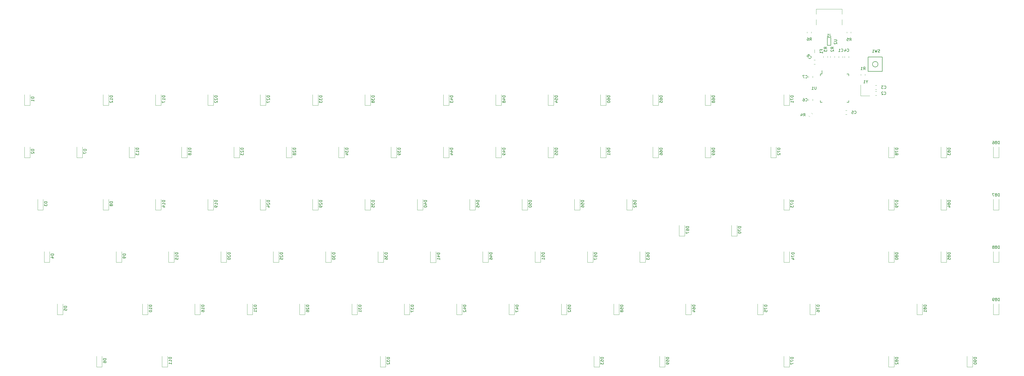
<source format=gbo>
%TF.GenerationSoftware,KiCad,Pcbnew,5.1.9*%
%TF.CreationDate,2022-11-22T14:36:07-05:00*%
%TF.ProjectId,EKS1000-V4,454b5331-3030-4302-9d56-342e6b696361,rev?*%
%TF.SameCoordinates,Original*%
%TF.FileFunction,Legend,Bot*%
%TF.FilePolarity,Positive*%
%FSLAX46Y46*%
G04 Gerber Fmt 4.6, Leading zero omitted, Abs format (unit mm)*
G04 Created by KiCad (PCBNEW 5.1.9) date 2022-11-22 14:36:07*
%MOMM*%
%LPD*%
G01*
G04 APERTURE LIST*
%ADD10C,0.120000*%
%ADD11C,0.150000*%
G04 APERTURE END LIST*
D10*
%TO.C,J1*%
X305240198Y21367500D02*
X305240198Y23267500D01*
X305240198Y17467500D02*
X305240198Y19467500D01*
X314640198Y21367500D02*
X314640198Y23267500D01*
X314640198Y17467500D02*
X314640198Y19467500D01*
X305240198Y23267500D02*
X314640198Y23267500D01*
%TO.C,R1*%
X322997500Y-893814D02*
X322997500Y-439686D01*
X321527500Y-893814D02*
X321527500Y-439686D01*
D11*
%TO.C,U2*%
X309295250Y12911750D02*
X309295250Y10011750D01*
X309295250Y12911750D02*
X310595250Y12911750D01*
X310595250Y12911750D02*
X310595250Y10011750D01*
X310595250Y10011750D02*
X309295250Y10011750D01*
D10*
%TO.C,Y1*%
X324706250Y-8350000D02*
X321406250Y-8350000D01*
X321406250Y-8350000D02*
X321406250Y-4350000D01*
D11*
%TO.C,U1*%
X306768750Y-381250D02*
X307343750Y-381250D01*
X306768750Y-10731250D02*
X307443750Y-10731250D01*
X317118750Y-10731250D02*
X316443750Y-10731250D01*
X317118750Y-381250D02*
X316443750Y-381250D01*
X306768750Y-381250D02*
X306768750Y-1056250D01*
X317118750Y-381250D02*
X317118750Y-1056250D01*
X317118750Y-10731250D02*
X317118750Y-10056250D01*
X306768750Y-10731250D02*
X306768750Y-10056250D01*
X307343750Y-381250D02*
X307343750Y893750D01*
%TO.C,SW1*%
X327739250Y3175000D02*
G75*
G03*
X327739250Y3175000I-1000000J0D01*
G01*
X324139250Y575000D02*
X329339250Y575000D01*
X324139250Y5775000D02*
X324139250Y575000D01*
X329339250Y5775000D02*
X324139250Y5775000D01*
X329339250Y575000D02*
X329339250Y5775000D01*
D10*
%TO.C,R6*%
X301969500Y14959064D02*
X301969500Y14504936D01*
X303439500Y14959064D02*
X303439500Y14504936D01*
%TO.C,R5*%
X316415750Y14959064D02*
X316415750Y14504936D01*
X317885750Y14959064D02*
X317885750Y14504936D01*
%TO.C,R4*%
X302532218Y-15630915D02*
X302853335Y-15952032D01*
X303571665Y-14591468D02*
X303892782Y-14912585D01*
%TO.C,R3*%
X309380250Y5626902D02*
X309380250Y6081030D01*
X307910250Y5626902D02*
X307910250Y6081030D01*
%TO.C,R2*%
X311912500Y5626902D02*
X311912500Y6081030D01*
X310442500Y5626902D02*
X310442500Y6081030D01*
%TO.C,F1*%
X304683750Y7335436D02*
X304683750Y8539564D01*
X306503750Y7335436D02*
X306503750Y8539564D01*
%TO.C,D90*%
X362156250Y-107025000D02*
X360156250Y-107025000D01*
X360156250Y-107025000D02*
X360156250Y-103125000D01*
X362156250Y-107025000D02*
X362156250Y-103125000D01*
%TO.C,D89*%
X371681250Y-87975000D02*
X369681250Y-87975000D01*
X369681250Y-87975000D02*
X369681250Y-84075000D01*
X371681250Y-87975000D02*
X371681250Y-84075000D01*
%TO.C,D88*%
X371681250Y-68925000D02*
X369681250Y-68925000D01*
X369681250Y-68925000D02*
X369681250Y-65025000D01*
X371681250Y-68925000D02*
X371681250Y-65025000D01*
%TO.C,D87*%
X371681250Y-49875000D02*
X369681250Y-49875000D01*
X369681250Y-49875000D02*
X369681250Y-45975000D01*
X371681250Y-49875000D02*
X371681250Y-45975000D01*
%TO.C,D86*%
X371681250Y-30825000D02*
X369681250Y-30825000D01*
X369681250Y-30825000D02*
X369681250Y-26925000D01*
X371681250Y-30825000D02*
X371681250Y-26925000D01*
%TO.C,D85*%
X352631250Y-68925000D02*
X350631250Y-68925000D01*
X350631250Y-68925000D02*
X350631250Y-65025000D01*
X352631250Y-68925000D02*
X352631250Y-65025000D01*
%TO.C,D84*%
X352631250Y-49875000D02*
X350631250Y-49875000D01*
X350631250Y-49875000D02*
X350631250Y-45975000D01*
X352631250Y-49875000D02*
X352631250Y-45975000D01*
%TO.C,D83*%
X352631250Y-30825000D02*
X350631250Y-30825000D01*
X350631250Y-30825000D02*
X350631250Y-26925000D01*
X352631250Y-30825000D02*
X352631250Y-26925000D01*
%TO.C,D82*%
X333581250Y-107025000D02*
X331581250Y-107025000D01*
X331581250Y-107025000D02*
X331581250Y-103125000D01*
X333581250Y-107025000D02*
X333581250Y-103125000D01*
%TO.C,D81*%
X343900000Y-87975000D02*
X341900000Y-87975000D01*
X341900000Y-87975000D02*
X341900000Y-84075000D01*
X343900000Y-87975000D02*
X343900000Y-84075000D01*
%TO.C,D80*%
X333581250Y-68925000D02*
X331581250Y-68925000D01*
X331581250Y-68925000D02*
X331581250Y-65025000D01*
X333581250Y-68925000D02*
X333581250Y-65025000D01*
%TO.C,D79*%
X333581250Y-49875000D02*
X331581250Y-49875000D01*
X331581250Y-49875000D02*
X331581250Y-45975000D01*
X333581250Y-49875000D02*
X333581250Y-45975000D01*
%TO.C,D78*%
X333581250Y-30825000D02*
X331581250Y-30825000D01*
X331581250Y-30825000D02*
X331581250Y-26925000D01*
X333581250Y-30825000D02*
X333581250Y-26925000D01*
%TO.C,D77*%
X295481250Y-107025000D02*
X293481250Y-107025000D01*
X293481250Y-107025000D02*
X293481250Y-103125000D01*
X295481250Y-107025000D02*
X295481250Y-103125000D01*
%TO.C,D76*%
X305006250Y-87975000D02*
X303006250Y-87975000D01*
X303006250Y-87975000D02*
X303006250Y-84075000D01*
X305006250Y-87975000D02*
X305006250Y-84075000D01*
%TO.C,D75*%
X285956250Y-87975000D02*
X283956250Y-87975000D01*
X283956250Y-87975000D02*
X283956250Y-84075000D01*
X285956250Y-87975000D02*
X285956250Y-84075000D01*
%TO.C,D74*%
X295481250Y-68925000D02*
X293481250Y-68925000D01*
X293481250Y-68925000D02*
X293481250Y-65025000D01*
X295481250Y-68925000D02*
X295481250Y-65025000D01*
%TO.C,D73*%
X295481250Y-49875000D02*
X293481250Y-49875000D01*
X293481250Y-49875000D02*
X293481250Y-45975000D01*
X295481250Y-49875000D02*
X295481250Y-45975000D01*
%TO.C,D59*%
X250237500Y-107025000D02*
X248237500Y-107025000D01*
X248237500Y-107025000D02*
X248237500Y-103125000D01*
X250237500Y-107025000D02*
X250237500Y-103125000D01*
%TO.C,D64*%
X259762500Y-87975000D02*
X257762500Y-87975000D01*
X257762500Y-87975000D02*
X257762500Y-84075000D01*
X259762500Y-87975000D02*
X259762500Y-84075000D01*
%TO.C,D70*%
X276431250Y-59400000D02*
X274431250Y-59400000D01*
X274431250Y-59400000D02*
X274431250Y-55500000D01*
X276431250Y-59400000D02*
X276431250Y-55500000D01*
%TO.C,D72*%
X290718750Y-30825000D02*
X288718750Y-30825000D01*
X288718750Y-30825000D02*
X288718750Y-26925000D01*
X290718750Y-30825000D02*
X290718750Y-26925000D01*
%TO.C,D71*%
X295481250Y-11775000D02*
X293481250Y-11775000D01*
X293481250Y-11775000D02*
X293481250Y-7875000D01*
X295481250Y-11775000D02*
X295481250Y-7875000D01*
%TO.C,D53*%
X226425000Y-107025000D02*
X224425000Y-107025000D01*
X224425000Y-107025000D02*
X224425000Y-103125000D01*
X226425000Y-107025000D02*
X226425000Y-103125000D01*
%TO.C,D58*%
X233568750Y-87975000D02*
X231568750Y-87975000D01*
X231568750Y-87975000D02*
X231568750Y-84075000D01*
X233568750Y-87975000D02*
X233568750Y-84075000D01*
%TO.C,D63*%
X243093750Y-68925000D02*
X241093750Y-68925000D01*
X241093750Y-68925000D02*
X241093750Y-65025000D01*
X243093750Y-68925000D02*
X243093750Y-65025000D01*
%TO.C,D67*%
X257381250Y-59400000D02*
X255381250Y-59400000D01*
X255381250Y-59400000D02*
X255381250Y-55500000D01*
X257381250Y-59400000D02*
X257381250Y-55500000D01*
%TO.C,D69*%
X266906250Y-30825000D02*
X264906250Y-30825000D01*
X264906250Y-30825000D02*
X264906250Y-26925000D01*
X266906250Y-30825000D02*
X266906250Y-26925000D01*
%TO.C,D68*%
X266906250Y-11775000D02*
X264906250Y-11775000D01*
X264906250Y-11775000D02*
X264906250Y-7875000D01*
X266906250Y-11775000D02*
X266906250Y-7875000D01*
%TO.C,D52*%
X214518750Y-87975000D02*
X212518750Y-87975000D01*
X212518750Y-87975000D02*
X212518750Y-84075000D01*
X214518750Y-87975000D02*
X214518750Y-84075000D01*
%TO.C,D57*%
X224043750Y-68925000D02*
X222043750Y-68925000D01*
X222043750Y-68925000D02*
X222043750Y-65025000D01*
X224043750Y-68925000D02*
X224043750Y-65025000D01*
%TO.C,D62*%
X238331250Y-49875000D02*
X236331250Y-49875000D01*
X236331250Y-49875000D02*
X236331250Y-45975000D01*
X238331250Y-49875000D02*
X238331250Y-45975000D01*
%TO.C,D66*%
X247856250Y-30825000D02*
X245856250Y-30825000D01*
X245856250Y-30825000D02*
X245856250Y-26925000D01*
X247856250Y-30825000D02*
X247856250Y-26925000D01*
%TO.C,D65*%
X247856250Y-11775000D02*
X245856250Y-11775000D01*
X245856250Y-11775000D02*
X245856250Y-7875000D01*
X247856250Y-11775000D02*
X247856250Y-7875000D01*
%TO.C,D47*%
X195468750Y-87975000D02*
X193468750Y-87975000D01*
X193468750Y-87975000D02*
X193468750Y-84075000D01*
X195468750Y-87975000D02*
X195468750Y-84075000D01*
%TO.C,D51*%
X204993750Y-68925000D02*
X202993750Y-68925000D01*
X202993750Y-68925000D02*
X202993750Y-65025000D01*
X204993750Y-68925000D02*
X204993750Y-65025000D01*
%TO.C,D56*%
X219281250Y-49875000D02*
X217281250Y-49875000D01*
X217281250Y-49875000D02*
X217281250Y-45975000D01*
X219281250Y-49875000D02*
X219281250Y-45975000D01*
%TO.C,D61*%
X228806250Y-30825000D02*
X226806250Y-30825000D01*
X226806250Y-30825000D02*
X226806250Y-26925000D01*
X228806250Y-30825000D02*
X228806250Y-26925000D01*
%TO.C,D60*%
X228806250Y-11775000D02*
X226806250Y-11775000D01*
X226806250Y-11775000D02*
X226806250Y-7875000D01*
X228806250Y-11775000D02*
X228806250Y-7875000D01*
%TO.C,D42*%
X176418750Y-87975000D02*
X174418750Y-87975000D01*
X174418750Y-87975000D02*
X174418750Y-84075000D01*
X176418750Y-87975000D02*
X176418750Y-84075000D01*
%TO.C,D46*%
X185943750Y-68925000D02*
X183943750Y-68925000D01*
X183943750Y-68925000D02*
X183943750Y-65025000D01*
X185943750Y-68925000D02*
X185943750Y-65025000D01*
%TO.C,D50*%
X200231250Y-49875000D02*
X198231250Y-49875000D01*
X198231250Y-49875000D02*
X198231250Y-45975000D01*
X200231250Y-49875000D02*
X200231250Y-45975000D01*
%TO.C,D55*%
X209756250Y-30825000D02*
X207756250Y-30825000D01*
X207756250Y-30825000D02*
X207756250Y-26925000D01*
X209756250Y-30825000D02*
X209756250Y-26925000D01*
%TO.C,D54*%
X209756250Y-11775000D02*
X207756250Y-11775000D01*
X207756250Y-11775000D02*
X207756250Y-7875000D01*
X209756250Y-11775000D02*
X209756250Y-7875000D01*
%TO.C,D45*%
X181181250Y-49875000D02*
X179181250Y-49875000D01*
X179181250Y-49875000D02*
X179181250Y-45975000D01*
X181181250Y-49875000D02*
X181181250Y-45975000D01*
%TO.C,D49*%
X190706250Y-30825000D02*
X188706250Y-30825000D01*
X188706250Y-30825000D02*
X188706250Y-26925000D01*
X190706250Y-30825000D02*
X190706250Y-26925000D01*
%TO.C,D48*%
X190706250Y-11775000D02*
X188706250Y-11775000D01*
X188706250Y-11775000D02*
X188706250Y-7875000D01*
X190706250Y-11775000D02*
X190706250Y-7875000D01*
%TO.C,D44*%
X171656250Y-30825000D02*
X169656250Y-30825000D01*
X169656250Y-30825000D02*
X169656250Y-26925000D01*
X171656250Y-30825000D02*
X171656250Y-26925000D01*
%TO.C,D43*%
X171656250Y-11775000D02*
X169656250Y-11775000D01*
X169656250Y-11775000D02*
X169656250Y-7875000D01*
X171656250Y-11775000D02*
X171656250Y-7875000D01*
%TO.C,D41*%
X166893750Y-68987500D02*
X164893750Y-68987500D01*
X164893750Y-68987500D02*
X164893750Y-65087500D01*
X166893750Y-68987500D02*
X166893750Y-65087500D01*
%TO.C,D40*%
X162131250Y-49875000D02*
X160131250Y-49875000D01*
X160131250Y-49875000D02*
X160131250Y-45975000D01*
X162131250Y-49875000D02*
X162131250Y-45975000D01*
%TO.C,D39*%
X152606250Y-30825000D02*
X150606250Y-30825000D01*
X150606250Y-30825000D02*
X150606250Y-26925000D01*
X152606250Y-30825000D02*
X152606250Y-26925000D01*
%TO.C,D38*%
X143081250Y-11775000D02*
X141081250Y-11775000D01*
X141081250Y-11775000D02*
X141081250Y-7875000D01*
X143081250Y-11775000D02*
X143081250Y-7875000D01*
%TO.C,D37*%
X157368750Y-87975000D02*
X155368750Y-87975000D01*
X155368750Y-87975000D02*
X155368750Y-84075000D01*
X157368750Y-87975000D02*
X157368750Y-84075000D01*
%TO.C,D36*%
X147843750Y-68925000D02*
X145843750Y-68925000D01*
X145843750Y-68925000D02*
X145843750Y-65025000D01*
X147843750Y-68925000D02*
X147843750Y-65025000D01*
%TO.C,D35*%
X143081250Y-49875000D02*
X141081250Y-49875000D01*
X141081250Y-49875000D02*
X141081250Y-45975000D01*
X143081250Y-49875000D02*
X143081250Y-45975000D01*
%TO.C,D34*%
X133556250Y-30825000D02*
X131556250Y-30825000D01*
X131556250Y-30825000D02*
X131556250Y-26925000D01*
X133556250Y-30825000D02*
X133556250Y-26925000D01*
%TO.C,D33*%
X124031250Y-11775000D02*
X122031250Y-11775000D01*
X122031250Y-11775000D02*
X122031250Y-7875000D01*
X124031250Y-11775000D02*
X124031250Y-7875000D01*
%TO.C,D32*%
X148637500Y-107025000D02*
X146637500Y-107025000D01*
X146637500Y-107025000D02*
X146637500Y-103125000D01*
X148637500Y-107025000D02*
X148637500Y-103125000D01*
%TO.C,D31*%
X138318750Y-87975000D02*
X136318750Y-87975000D01*
X136318750Y-87975000D02*
X136318750Y-84075000D01*
X138318750Y-87975000D02*
X138318750Y-84075000D01*
%TO.C,D30*%
X128793750Y-68925000D02*
X126793750Y-68925000D01*
X126793750Y-68925000D02*
X126793750Y-65025000D01*
X128793750Y-68925000D02*
X128793750Y-65025000D01*
%TO.C,D29*%
X124031250Y-49875000D02*
X122031250Y-49875000D01*
X122031250Y-49875000D02*
X122031250Y-45975000D01*
X124031250Y-49875000D02*
X124031250Y-45975000D01*
%TO.C,D28*%
X114506250Y-30825000D02*
X112506250Y-30825000D01*
X112506250Y-30825000D02*
X112506250Y-26925000D01*
X114506250Y-30825000D02*
X114506250Y-26925000D01*
%TO.C,D27*%
X104981250Y-11775000D02*
X102981250Y-11775000D01*
X102981250Y-11775000D02*
X102981250Y-7875000D01*
X104981250Y-11775000D02*
X104981250Y-7875000D01*
%TO.C,D26*%
X119268750Y-87975000D02*
X117268750Y-87975000D01*
X117268750Y-87975000D02*
X117268750Y-84075000D01*
X119268750Y-87975000D02*
X119268750Y-84075000D01*
%TO.C,D25*%
X109743750Y-68925000D02*
X107743750Y-68925000D01*
X107743750Y-68925000D02*
X107743750Y-65025000D01*
X109743750Y-68925000D02*
X109743750Y-65025000D01*
%TO.C,D24*%
X104981250Y-49875000D02*
X102981250Y-49875000D01*
X102981250Y-49875000D02*
X102981250Y-45975000D01*
X104981250Y-49875000D02*
X104981250Y-45975000D01*
%TO.C,D23*%
X95456250Y-30825000D02*
X93456250Y-30825000D01*
X93456250Y-30825000D02*
X93456250Y-26925000D01*
X95456250Y-30825000D02*
X95456250Y-26925000D01*
%TO.C,D22*%
X85931250Y-11775000D02*
X83931250Y-11775000D01*
X83931250Y-11775000D02*
X83931250Y-7875000D01*
X85931250Y-11775000D02*
X85931250Y-7875000D01*
%TO.C,D21*%
X100218750Y-87975000D02*
X98218750Y-87975000D01*
X98218750Y-87975000D02*
X98218750Y-84075000D01*
X100218750Y-87975000D02*
X100218750Y-84075000D01*
%TO.C,D20*%
X90693750Y-68925000D02*
X88693750Y-68925000D01*
X88693750Y-68925000D02*
X88693750Y-65025000D01*
X90693750Y-68925000D02*
X90693750Y-65025000D01*
%TO.C,D19*%
X85931250Y-49875000D02*
X83931250Y-49875000D01*
X83931250Y-49875000D02*
X83931250Y-45975000D01*
X85931250Y-49875000D02*
X85931250Y-45975000D01*
%TO.C,D18*%
X76406250Y-30825000D02*
X74406250Y-30825000D01*
X74406250Y-30825000D02*
X74406250Y-26925000D01*
X76406250Y-30825000D02*
X76406250Y-26925000D01*
%TO.C,D17*%
X66881250Y-11775000D02*
X64881250Y-11775000D01*
X64881250Y-11775000D02*
X64881250Y-7875000D01*
X66881250Y-11775000D02*
X66881250Y-7875000D01*
%TO.C,D16*%
X81168750Y-87975000D02*
X79168750Y-87975000D01*
X79168750Y-87975000D02*
X79168750Y-84075000D01*
X81168750Y-87975000D02*
X81168750Y-84075000D01*
%TO.C,D15*%
X71643750Y-68925000D02*
X69643750Y-68925000D01*
X69643750Y-68925000D02*
X69643750Y-65025000D01*
X71643750Y-68925000D02*
X71643750Y-65025000D01*
%TO.C,D14*%
X66881250Y-49875000D02*
X64881250Y-49875000D01*
X64881250Y-49875000D02*
X64881250Y-45975000D01*
X66881250Y-49875000D02*
X66881250Y-45975000D01*
%TO.C,D13*%
X57356250Y-30825000D02*
X55356250Y-30825000D01*
X55356250Y-30825000D02*
X55356250Y-26925000D01*
X57356250Y-30825000D02*
X57356250Y-26925000D01*
%TO.C,D12*%
X47831250Y-11775000D02*
X45831250Y-11775000D01*
X45831250Y-11775000D02*
X45831250Y-7875000D01*
X47831250Y-11775000D02*
X47831250Y-7875000D01*
%TO.C,D11*%
X69262500Y-107025000D02*
X67262500Y-107025000D01*
X67262500Y-107025000D02*
X67262500Y-103125000D01*
X69262500Y-107025000D02*
X69262500Y-103125000D01*
%TO.C,D10*%
X62118750Y-87975000D02*
X60118750Y-87975000D01*
X60118750Y-87975000D02*
X60118750Y-84075000D01*
X62118750Y-87975000D02*
X62118750Y-84075000D01*
%TO.C,D9*%
X52593750Y-68925000D02*
X50593750Y-68925000D01*
X50593750Y-68925000D02*
X50593750Y-65025000D01*
X52593750Y-68925000D02*
X52593750Y-65025000D01*
%TO.C,D8*%
X47831250Y-49875000D02*
X45831250Y-49875000D01*
X45831250Y-49875000D02*
X45831250Y-45975000D01*
X47831250Y-49875000D02*
X47831250Y-45975000D01*
%TO.C,D7*%
X38306250Y-30825000D02*
X36306250Y-30825000D01*
X36306250Y-30825000D02*
X36306250Y-26925000D01*
X38306250Y-30825000D02*
X38306250Y-26925000D01*
%TO.C,D6*%
X45450000Y-107025000D02*
X43450000Y-107025000D01*
X43450000Y-107025000D02*
X43450000Y-103125000D01*
X45450000Y-107025000D02*
X45450000Y-103125000D01*
%TO.C,D5*%
X31162500Y-87975000D02*
X29162500Y-87975000D01*
X29162500Y-87975000D02*
X29162500Y-84075000D01*
X31162500Y-87975000D02*
X31162500Y-84075000D01*
%TO.C,D4*%
X26400000Y-68925000D02*
X24400000Y-68925000D01*
X24400000Y-68925000D02*
X24400000Y-65025000D01*
X26400000Y-68925000D02*
X26400000Y-65025000D01*
%TO.C,D3*%
X24018750Y-49875000D02*
X22018750Y-49875000D01*
X22018750Y-49875000D02*
X22018750Y-45975000D01*
X24018750Y-49875000D02*
X24018750Y-45975000D01*
%TO.C,D2*%
X19256250Y-30825000D02*
X17256250Y-30825000D01*
X17256250Y-30825000D02*
X17256250Y-26925000D01*
X19256250Y-30825000D02*
X19256250Y-26925000D01*
%TO.C,D1*%
X19256250Y-11775000D02*
X17256250Y-11775000D01*
X17256250Y-11775000D02*
X17256250Y-7875000D01*
X19256250Y-11775000D02*
X19256250Y-7875000D01*
%TO.C,C8*%
X304902502Y4703750D02*
X304379998Y4703750D01*
X304902502Y3233750D02*
X304379998Y3233750D01*
%TO.C,C7*%
X303947500Y-1167498D02*
X303947500Y-1690002D01*
X302477500Y-1167498D02*
X302477500Y-1690002D01*
%TO.C,C6*%
X303947500Y-10072002D02*
X303947500Y-9549498D01*
X302477500Y-10072002D02*
X302477500Y-9549498D01*
%TO.C,C5*%
X315936998Y-15117750D02*
X316459502Y-15117750D01*
X315936998Y-13647750D02*
X316459502Y-13647750D01*
%TO.C,C4*%
X317092000Y5580748D02*
X317092000Y6103252D01*
X315622000Y5580748D02*
X315622000Y6103252D01*
%TO.C,C3*%
X326763748Y-6005500D02*
X327286252Y-6005500D01*
X326763748Y-4535500D02*
X327286252Y-4535500D01*
%TO.C,C2*%
X327286252Y-6694500D02*
X326763748Y-6694500D01*
X327286252Y-8164500D02*
X326763748Y-8164500D01*
%TO.C,C1*%
X314933000Y5580748D02*
X314933000Y6103252D01*
X313463000Y5580748D02*
X313463000Y6103252D01*
%TO.C,J1*%
D11*
X310273531Y14270119D02*
X310273531Y13555833D01*
X310321150Y13412976D01*
X310416388Y13317738D01*
X310559245Y13270119D01*
X310654483Y13270119D01*
X309273531Y13270119D02*
X309844959Y13270119D01*
X309559245Y13270119D02*
X309559245Y14270119D01*
X309654483Y14127261D01*
X309749721Y14032023D01*
X309844959Y13984404D01*
%TO.C,R1*%
X322429166Y1135119D02*
X322762500Y1611309D01*
X323000595Y1135119D02*
X323000595Y2135119D01*
X322619642Y2135119D01*
X322524404Y2087500D01*
X322476785Y2039880D01*
X322429166Y1944642D01*
X322429166Y1801785D01*
X322476785Y1706547D01*
X322524404Y1658928D01*
X322619642Y1611309D01*
X323000595Y1611309D01*
X321476785Y1135119D02*
X322048214Y1135119D01*
X321762500Y1135119D02*
X321762500Y2135119D01*
X321857738Y1992261D01*
X321952976Y1897023D01*
X322048214Y1849404D01*
%TO.C,U2*%
X311778880Y12096654D02*
X312588404Y12096654D01*
X312683642Y12049035D01*
X312731261Y12001416D01*
X312778880Y11906178D01*
X312778880Y11715702D01*
X312731261Y11620464D01*
X312683642Y11572845D01*
X312588404Y11525226D01*
X311778880Y11525226D01*
X311874119Y11096654D02*
X311826500Y11049035D01*
X311778880Y10953797D01*
X311778880Y10715702D01*
X311826500Y10620464D01*
X311874119Y10572845D01*
X311969357Y10525226D01*
X312064595Y10525226D01*
X312207452Y10572845D01*
X312778880Y11144273D01*
X312778880Y10525226D01*
%TO.C,Y1*%
X323691190Y-3214690D02*
X323691190Y-3690880D01*
X324024523Y-2690880D02*
X323691190Y-3214690D01*
X323357857Y-2690880D01*
X322500714Y-3690880D02*
X323072142Y-3690880D01*
X322786428Y-3690880D02*
X322786428Y-2690880D01*
X322881666Y-2833738D01*
X322976904Y-2928976D01*
X323072142Y-2976595D01*
%TO.C,U1*%
X305255654Y-5008630D02*
X305255654Y-5818154D01*
X305208035Y-5913392D01*
X305160416Y-5961011D01*
X305065178Y-6008630D01*
X304874702Y-6008630D01*
X304779464Y-5961011D01*
X304731845Y-5913392D01*
X304684226Y-5818154D01*
X304684226Y-5008630D01*
X303684226Y-6008630D02*
X304255654Y-6008630D01*
X303969940Y-6008630D02*
X303969940Y-5008630D01*
X304065178Y-5151488D01*
X304160416Y-5246726D01*
X304255654Y-5294345D01*
%TO.C,SW1*%
X328358333Y7532738D02*
X328215476Y7485119D01*
X327977380Y7485119D01*
X327882142Y7532738D01*
X327834523Y7580357D01*
X327786904Y7675595D01*
X327786904Y7770833D01*
X327834523Y7866071D01*
X327882142Y7913690D01*
X327977380Y7961309D01*
X328167857Y8008928D01*
X328263095Y8056547D01*
X328310714Y8104166D01*
X328358333Y8199404D01*
X328358333Y8294642D01*
X328310714Y8389880D01*
X328263095Y8437500D01*
X328167857Y8485119D01*
X327929761Y8485119D01*
X327786904Y8437500D01*
X327453571Y8485119D02*
X327215476Y7485119D01*
X327025000Y8199404D01*
X326834523Y7485119D01*
X326596428Y8485119D01*
X325691666Y7485119D02*
X326263095Y7485119D01*
X325977380Y7485119D02*
X325977380Y8485119D01*
X326072619Y8342261D01*
X326167857Y8247023D01*
X326263095Y8199404D01*
%TO.C,R6*%
X302902916Y11834869D02*
X303236250Y12311059D01*
X303474345Y11834869D02*
X303474345Y12834869D01*
X303093392Y12834869D01*
X302998154Y12787250D01*
X302950535Y12739630D01*
X302902916Y12644392D01*
X302902916Y12501535D01*
X302950535Y12406297D01*
X302998154Y12358678D01*
X303093392Y12311059D01*
X303474345Y12311059D01*
X302045773Y12834869D02*
X302236250Y12834869D01*
X302331488Y12787250D01*
X302379107Y12739630D01*
X302474345Y12596773D01*
X302521964Y12406297D01*
X302521964Y12025345D01*
X302474345Y11930107D01*
X302426726Y11882488D01*
X302331488Y11834869D01*
X302141011Y11834869D01*
X302045773Y11882488D01*
X301998154Y11930107D01*
X301950535Y12025345D01*
X301950535Y12263440D01*
X301998154Y12358678D01*
X302045773Y12406297D01*
X302141011Y12453916D01*
X302331488Y12453916D01*
X302426726Y12406297D01*
X302474345Y12358678D01*
X302521964Y12263440D01*
%TO.C,R5*%
X317380916Y11707869D02*
X317714250Y12184059D01*
X317952345Y11707869D02*
X317952345Y12707869D01*
X317571392Y12707869D01*
X317476154Y12660250D01*
X317428535Y12612630D01*
X317380916Y12517392D01*
X317380916Y12374535D01*
X317428535Y12279297D01*
X317476154Y12231678D01*
X317571392Y12184059D01*
X317952345Y12184059D01*
X316476154Y12707869D02*
X316952345Y12707869D01*
X316999964Y12231678D01*
X316952345Y12279297D01*
X316857107Y12326916D01*
X316619011Y12326916D01*
X316523773Y12279297D01*
X316476154Y12231678D01*
X316428535Y12136440D01*
X316428535Y11898345D01*
X316476154Y11803107D01*
X316523773Y11755488D01*
X316619011Y11707869D01*
X316857107Y11707869D01*
X316952345Y11755488D01*
X316999964Y11803107D01*
%TO.C,R4*%
X300616916Y-15724130D02*
X300950250Y-15247940D01*
X301188345Y-15724130D02*
X301188345Y-14724130D01*
X300807392Y-14724130D01*
X300712154Y-14771750D01*
X300664535Y-14819369D01*
X300616916Y-14914607D01*
X300616916Y-15057464D01*
X300664535Y-15152702D01*
X300712154Y-15200321D01*
X300807392Y-15247940D01*
X301188345Y-15247940D01*
X299759773Y-15057464D02*
X299759773Y-15724130D01*
X299997869Y-14676511D02*
X300235964Y-15390797D01*
X299616916Y-15390797D01*
%TO.C,R3*%
X309126130Y8769916D02*
X308649940Y9103250D01*
X309126130Y9341345D02*
X308126130Y9341345D01*
X308126130Y8960392D01*
X308173750Y8865154D01*
X308221369Y8817535D01*
X308316607Y8769916D01*
X308459464Y8769916D01*
X308554702Y8817535D01*
X308602321Y8865154D01*
X308649940Y8960392D01*
X308649940Y9341345D01*
X308126130Y8436583D02*
X308126130Y7817535D01*
X308507083Y8150869D01*
X308507083Y8008011D01*
X308554702Y7912773D01*
X308602321Y7865154D01*
X308697559Y7817535D01*
X308935654Y7817535D01*
X309030892Y7865154D01*
X309078511Y7912773D01*
X309126130Y8008011D01*
X309126130Y8293726D01*
X309078511Y8388964D01*
X309030892Y8436583D01*
%TO.C,R2*%
X311602380Y8769916D02*
X311126190Y9103250D01*
X311602380Y9341345D02*
X310602380Y9341345D01*
X310602380Y8960392D01*
X310650000Y8865154D01*
X310697619Y8817535D01*
X310792857Y8769916D01*
X310935714Y8769916D01*
X311030952Y8817535D01*
X311078571Y8865154D01*
X311126190Y8960392D01*
X311126190Y9341345D01*
X310697619Y8388964D02*
X310650000Y8341345D01*
X310602380Y8246107D01*
X310602380Y8008011D01*
X310650000Y7912773D01*
X310697619Y7865154D01*
X310792857Y7817535D01*
X310888095Y7817535D01*
X311030952Y7865154D01*
X311602380Y8436583D01*
X311602380Y7817535D01*
%TO.C,F1*%
X307109821Y8208333D02*
X307109821Y8541666D01*
X307633630Y8541666D02*
X306633630Y8541666D01*
X306633630Y8065476D01*
X307633630Y7160714D02*
X307633630Y7732142D01*
X307633630Y7446428D02*
X306633630Y7446428D01*
X306776488Y7541666D01*
X306871726Y7636904D01*
X306919345Y7732142D01*
%TO.C,D90*%
X363608630Y-103560714D02*
X362608630Y-103560714D01*
X362608630Y-103798809D01*
X362656250Y-103941666D01*
X362751488Y-104036904D01*
X362846726Y-104084523D01*
X363037202Y-104132142D01*
X363180059Y-104132142D01*
X363370535Y-104084523D01*
X363465773Y-104036904D01*
X363561011Y-103941666D01*
X363608630Y-103798809D01*
X363608630Y-103560714D01*
X363608630Y-104608333D02*
X363608630Y-104798809D01*
X363561011Y-104894047D01*
X363513392Y-104941666D01*
X363370535Y-105036904D01*
X363180059Y-105084523D01*
X362799107Y-105084523D01*
X362703869Y-105036904D01*
X362656250Y-104989285D01*
X362608630Y-104894047D01*
X362608630Y-104703571D01*
X362656250Y-104608333D01*
X362703869Y-104560714D01*
X362799107Y-104513095D01*
X363037202Y-104513095D01*
X363132440Y-104560714D01*
X363180059Y-104608333D01*
X363227678Y-104703571D01*
X363227678Y-104894047D01*
X363180059Y-104989285D01*
X363132440Y-105036904D01*
X363037202Y-105084523D01*
X362608630Y-105703571D02*
X362608630Y-105798809D01*
X362656250Y-105894047D01*
X362703869Y-105941666D01*
X362799107Y-105989285D01*
X362989583Y-106036904D01*
X363227678Y-106036904D01*
X363418154Y-105989285D01*
X363513392Y-105941666D01*
X363561011Y-105894047D01*
X363608630Y-105798809D01*
X363608630Y-105703571D01*
X363561011Y-105608333D01*
X363513392Y-105560714D01*
X363418154Y-105513095D01*
X363227678Y-105465476D01*
X362989583Y-105465476D01*
X362799107Y-105513095D01*
X362703869Y-105560714D01*
X362656250Y-105608333D01*
X362608630Y-105703571D01*
%TO.C,D89*%
X371895535Y-83002380D02*
X371895535Y-82002380D01*
X371657440Y-82002380D01*
X371514583Y-82050000D01*
X371419345Y-82145238D01*
X371371726Y-82240476D01*
X371324107Y-82430952D01*
X371324107Y-82573809D01*
X371371726Y-82764285D01*
X371419345Y-82859523D01*
X371514583Y-82954761D01*
X371657440Y-83002380D01*
X371895535Y-83002380D01*
X370752678Y-82430952D02*
X370847916Y-82383333D01*
X370895535Y-82335714D01*
X370943154Y-82240476D01*
X370943154Y-82192857D01*
X370895535Y-82097619D01*
X370847916Y-82050000D01*
X370752678Y-82002380D01*
X370562202Y-82002380D01*
X370466964Y-82050000D01*
X370419345Y-82097619D01*
X370371726Y-82192857D01*
X370371726Y-82240476D01*
X370419345Y-82335714D01*
X370466964Y-82383333D01*
X370562202Y-82430952D01*
X370752678Y-82430952D01*
X370847916Y-82478571D01*
X370895535Y-82526190D01*
X370943154Y-82621428D01*
X370943154Y-82811904D01*
X370895535Y-82907142D01*
X370847916Y-82954761D01*
X370752678Y-83002380D01*
X370562202Y-83002380D01*
X370466964Y-82954761D01*
X370419345Y-82907142D01*
X370371726Y-82811904D01*
X370371726Y-82621428D01*
X370419345Y-82526190D01*
X370466964Y-82478571D01*
X370562202Y-82430952D01*
X369895535Y-83002380D02*
X369705059Y-83002380D01*
X369609821Y-82954761D01*
X369562202Y-82907142D01*
X369466964Y-82764285D01*
X369419345Y-82573809D01*
X369419345Y-82192857D01*
X369466964Y-82097619D01*
X369514583Y-82050000D01*
X369609821Y-82002380D01*
X369800297Y-82002380D01*
X369895535Y-82050000D01*
X369943154Y-82097619D01*
X369990773Y-82192857D01*
X369990773Y-82430952D01*
X369943154Y-82526190D01*
X369895535Y-82573809D01*
X369800297Y-82621428D01*
X369609821Y-82621428D01*
X369514583Y-82573809D01*
X369466964Y-82526190D01*
X369419345Y-82430952D01*
%TO.C,D88*%
X371895535Y-63952380D02*
X371895535Y-62952380D01*
X371657440Y-62952380D01*
X371514583Y-63000000D01*
X371419345Y-63095238D01*
X371371726Y-63190476D01*
X371324107Y-63380952D01*
X371324107Y-63523809D01*
X371371726Y-63714285D01*
X371419345Y-63809523D01*
X371514583Y-63904761D01*
X371657440Y-63952380D01*
X371895535Y-63952380D01*
X370752678Y-63380952D02*
X370847916Y-63333333D01*
X370895535Y-63285714D01*
X370943154Y-63190476D01*
X370943154Y-63142857D01*
X370895535Y-63047619D01*
X370847916Y-63000000D01*
X370752678Y-62952380D01*
X370562202Y-62952380D01*
X370466964Y-63000000D01*
X370419345Y-63047619D01*
X370371726Y-63142857D01*
X370371726Y-63190476D01*
X370419345Y-63285714D01*
X370466964Y-63333333D01*
X370562202Y-63380952D01*
X370752678Y-63380952D01*
X370847916Y-63428571D01*
X370895535Y-63476190D01*
X370943154Y-63571428D01*
X370943154Y-63761904D01*
X370895535Y-63857142D01*
X370847916Y-63904761D01*
X370752678Y-63952380D01*
X370562202Y-63952380D01*
X370466964Y-63904761D01*
X370419345Y-63857142D01*
X370371726Y-63761904D01*
X370371726Y-63571428D01*
X370419345Y-63476190D01*
X370466964Y-63428571D01*
X370562202Y-63380952D01*
X369800297Y-63380952D02*
X369895535Y-63333333D01*
X369943154Y-63285714D01*
X369990773Y-63190476D01*
X369990773Y-63142857D01*
X369943154Y-63047619D01*
X369895535Y-63000000D01*
X369800297Y-62952380D01*
X369609821Y-62952380D01*
X369514583Y-63000000D01*
X369466964Y-63047619D01*
X369419345Y-63142857D01*
X369419345Y-63190476D01*
X369466964Y-63285714D01*
X369514583Y-63333333D01*
X369609821Y-63380952D01*
X369800297Y-63380952D01*
X369895535Y-63428571D01*
X369943154Y-63476190D01*
X369990773Y-63571428D01*
X369990773Y-63761904D01*
X369943154Y-63857142D01*
X369895535Y-63904761D01*
X369800297Y-63952380D01*
X369609821Y-63952380D01*
X369514583Y-63904761D01*
X369466964Y-63857142D01*
X369419345Y-63761904D01*
X369419345Y-63571428D01*
X369466964Y-63476190D01*
X369514583Y-63428571D01*
X369609821Y-63380952D01*
%TO.C,D87*%
X371895535Y-44902380D02*
X371895535Y-43902380D01*
X371657440Y-43902380D01*
X371514583Y-43950000D01*
X371419345Y-44045238D01*
X371371726Y-44140476D01*
X371324107Y-44330952D01*
X371324107Y-44473809D01*
X371371726Y-44664285D01*
X371419345Y-44759523D01*
X371514583Y-44854761D01*
X371657440Y-44902380D01*
X371895535Y-44902380D01*
X370752678Y-44330952D02*
X370847916Y-44283333D01*
X370895535Y-44235714D01*
X370943154Y-44140476D01*
X370943154Y-44092857D01*
X370895535Y-43997619D01*
X370847916Y-43950000D01*
X370752678Y-43902380D01*
X370562202Y-43902380D01*
X370466964Y-43950000D01*
X370419345Y-43997619D01*
X370371726Y-44092857D01*
X370371726Y-44140476D01*
X370419345Y-44235714D01*
X370466964Y-44283333D01*
X370562202Y-44330952D01*
X370752678Y-44330952D01*
X370847916Y-44378571D01*
X370895535Y-44426190D01*
X370943154Y-44521428D01*
X370943154Y-44711904D01*
X370895535Y-44807142D01*
X370847916Y-44854761D01*
X370752678Y-44902380D01*
X370562202Y-44902380D01*
X370466964Y-44854761D01*
X370419345Y-44807142D01*
X370371726Y-44711904D01*
X370371726Y-44521428D01*
X370419345Y-44426190D01*
X370466964Y-44378571D01*
X370562202Y-44330952D01*
X370038392Y-43902380D02*
X369371726Y-43902380D01*
X369800297Y-44902380D01*
%TO.C,D86*%
X371895535Y-25852380D02*
X371895535Y-24852380D01*
X371657440Y-24852380D01*
X371514583Y-24900000D01*
X371419345Y-24995238D01*
X371371726Y-25090476D01*
X371324107Y-25280952D01*
X371324107Y-25423809D01*
X371371726Y-25614285D01*
X371419345Y-25709523D01*
X371514583Y-25804761D01*
X371657440Y-25852380D01*
X371895535Y-25852380D01*
X370752678Y-25280952D02*
X370847916Y-25233333D01*
X370895535Y-25185714D01*
X370943154Y-25090476D01*
X370943154Y-25042857D01*
X370895535Y-24947619D01*
X370847916Y-24900000D01*
X370752678Y-24852380D01*
X370562202Y-24852380D01*
X370466964Y-24900000D01*
X370419345Y-24947619D01*
X370371726Y-25042857D01*
X370371726Y-25090476D01*
X370419345Y-25185714D01*
X370466964Y-25233333D01*
X370562202Y-25280952D01*
X370752678Y-25280952D01*
X370847916Y-25328571D01*
X370895535Y-25376190D01*
X370943154Y-25471428D01*
X370943154Y-25661904D01*
X370895535Y-25757142D01*
X370847916Y-25804761D01*
X370752678Y-25852380D01*
X370562202Y-25852380D01*
X370466964Y-25804761D01*
X370419345Y-25757142D01*
X370371726Y-25661904D01*
X370371726Y-25471428D01*
X370419345Y-25376190D01*
X370466964Y-25328571D01*
X370562202Y-25280952D01*
X369514583Y-24852380D02*
X369705059Y-24852380D01*
X369800297Y-24900000D01*
X369847916Y-24947619D01*
X369943154Y-25090476D01*
X369990773Y-25280952D01*
X369990773Y-25661904D01*
X369943154Y-25757142D01*
X369895535Y-25804761D01*
X369800297Y-25852380D01*
X369609821Y-25852380D01*
X369514583Y-25804761D01*
X369466964Y-25757142D01*
X369419345Y-25661904D01*
X369419345Y-25423809D01*
X369466964Y-25328571D01*
X369514583Y-25280952D01*
X369609821Y-25233333D01*
X369800297Y-25233333D01*
X369895535Y-25280952D01*
X369943154Y-25328571D01*
X369990773Y-25423809D01*
%TO.C,D85*%
X354083630Y-65460714D02*
X353083630Y-65460714D01*
X353083630Y-65698809D01*
X353131250Y-65841666D01*
X353226488Y-65936904D01*
X353321726Y-65984523D01*
X353512202Y-66032142D01*
X353655059Y-66032142D01*
X353845535Y-65984523D01*
X353940773Y-65936904D01*
X354036011Y-65841666D01*
X354083630Y-65698809D01*
X354083630Y-65460714D01*
X353512202Y-66603571D02*
X353464583Y-66508333D01*
X353416964Y-66460714D01*
X353321726Y-66413095D01*
X353274107Y-66413095D01*
X353178869Y-66460714D01*
X353131250Y-66508333D01*
X353083630Y-66603571D01*
X353083630Y-66794047D01*
X353131250Y-66889285D01*
X353178869Y-66936904D01*
X353274107Y-66984523D01*
X353321726Y-66984523D01*
X353416964Y-66936904D01*
X353464583Y-66889285D01*
X353512202Y-66794047D01*
X353512202Y-66603571D01*
X353559821Y-66508333D01*
X353607440Y-66460714D01*
X353702678Y-66413095D01*
X353893154Y-66413095D01*
X353988392Y-66460714D01*
X354036011Y-66508333D01*
X354083630Y-66603571D01*
X354083630Y-66794047D01*
X354036011Y-66889285D01*
X353988392Y-66936904D01*
X353893154Y-66984523D01*
X353702678Y-66984523D01*
X353607440Y-66936904D01*
X353559821Y-66889285D01*
X353512202Y-66794047D01*
X353083630Y-67889285D02*
X353083630Y-67413095D01*
X353559821Y-67365476D01*
X353512202Y-67413095D01*
X353464583Y-67508333D01*
X353464583Y-67746428D01*
X353512202Y-67841666D01*
X353559821Y-67889285D01*
X353655059Y-67936904D01*
X353893154Y-67936904D01*
X353988392Y-67889285D01*
X354036011Y-67841666D01*
X354083630Y-67746428D01*
X354083630Y-67508333D01*
X354036011Y-67413095D01*
X353988392Y-67365476D01*
%TO.C,D84*%
X354083630Y-46410714D02*
X353083630Y-46410714D01*
X353083630Y-46648809D01*
X353131250Y-46791666D01*
X353226488Y-46886904D01*
X353321726Y-46934523D01*
X353512202Y-46982142D01*
X353655059Y-46982142D01*
X353845535Y-46934523D01*
X353940773Y-46886904D01*
X354036011Y-46791666D01*
X354083630Y-46648809D01*
X354083630Y-46410714D01*
X353512202Y-47553571D02*
X353464583Y-47458333D01*
X353416964Y-47410714D01*
X353321726Y-47363095D01*
X353274107Y-47363095D01*
X353178869Y-47410714D01*
X353131250Y-47458333D01*
X353083630Y-47553571D01*
X353083630Y-47744047D01*
X353131250Y-47839285D01*
X353178869Y-47886904D01*
X353274107Y-47934523D01*
X353321726Y-47934523D01*
X353416964Y-47886904D01*
X353464583Y-47839285D01*
X353512202Y-47744047D01*
X353512202Y-47553571D01*
X353559821Y-47458333D01*
X353607440Y-47410714D01*
X353702678Y-47363095D01*
X353893154Y-47363095D01*
X353988392Y-47410714D01*
X354036011Y-47458333D01*
X354083630Y-47553571D01*
X354083630Y-47744047D01*
X354036011Y-47839285D01*
X353988392Y-47886904D01*
X353893154Y-47934523D01*
X353702678Y-47934523D01*
X353607440Y-47886904D01*
X353559821Y-47839285D01*
X353512202Y-47744047D01*
X353416964Y-48791666D02*
X354083630Y-48791666D01*
X353036011Y-48553571D02*
X353750297Y-48315476D01*
X353750297Y-48934523D01*
%TO.C,D83*%
X354083630Y-27360714D02*
X353083630Y-27360714D01*
X353083630Y-27598809D01*
X353131250Y-27741666D01*
X353226488Y-27836904D01*
X353321726Y-27884523D01*
X353512202Y-27932142D01*
X353655059Y-27932142D01*
X353845535Y-27884523D01*
X353940773Y-27836904D01*
X354036011Y-27741666D01*
X354083630Y-27598809D01*
X354083630Y-27360714D01*
X353512202Y-28503571D02*
X353464583Y-28408333D01*
X353416964Y-28360714D01*
X353321726Y-28313095D01*
X353274107Y-28313095D01*
X353178869Y-28360714D01*
X353131250Y-28408333D01*
X353083630Y-28503571D01*
X353083630Y-28694047D01*
X353131250Y-28789285D01*
X353178869Y-28836904D01*
X353274107Y-28884523D01*
X353321726Y-28884523D01*
X353416964Y-28836904D01*
X353464583Y-28789285D01*
X353512202Y-28694047D01*
X353512202Y-28503571D01*
X353559821Y-28408333D01*
X353607440Y-28360714D01*
X353702678Y-28313095D01*
X353893154Y-28313095D01*
X353988392Y-28360714D01*
X354036011Y-28408333D01*
X354083630Y-28503571D01*
X354083630Y-28694047D01*
X354036011Y-28789285D01*
X353988392Y-28836904D01*
X353893154Y-28884523D01*
X353702678Y-28884523D01*
X353607440Y-28836904D01*
X353559821Y-28789285D01*
X353512202Y-28694047D01*
X353083630Y-29217857D02*
X353083630Y-29836904D01*
X353464583Y-29503571D01*
X353464583Y-29646428D01*
X353512202Y-29741666D01*
X353559821Y-29789285D01*
X353655059Y-29836904D01*
X353893154Y-29836904D01*
X353988392Y-29789285D01*
X354036011Y-29741666D01*
X354083630Y-29646428D01*
X354083630Y-29360714D01*
X354036011Y-29265476D01*
X353988392Y-29217857D01*
%TO.C,D82*%
X335033630Y-103560714D02*
X334033630Y-103560714D01*
X334033630Y-103798809D01*
X334081250Y-103941666D01*
X334176488Y-104036904D01*
X334271726Y-104084523D01*
X334462202Y-104132142D01*
X334605059Y-104132142D01*
X334795535Y-104084523D01*
X334890773Y-104036904D01*
X334986011Y-103941666D01*
X335033630Y-103798809D01*
X335033630Y-103560714D01*
X334462202Y-104703571D02*
X334414583Y-104608333D01*
X334366964Y-104560714D01*
X334271726Y-104513095D01*
X334224107Y-104513095D01*
X334128869Y-104560714D01*
X334081250Y-104608333D01*
X334033630Y-104703571D01*
X334033630Y-104894047D01*
X334081250Y-104989285D01*
X334128869Y-105036904D01*
X334224107Y-105084523D01*
X334271726Y-105084523D01*
X334366964Y-105036904D01*
X334414583Y-104989285D01*
X334462202Y-104894047D01*
X334462202Y-104703571D01*
X334509821Y-104608333D01*
X334557440Y-104560714D01*
X334652678Y-104513095D01*
X334843154Y-104513095D01*
X334938392Y-104560714D01*
X334986011Y-104608333D01*
X335033630Y-104703571D01*
X335033630Y-104894047D01*
X334986011Y-104989285D01*
X334938392Y-105036904D01*
X334843154Y-105084523D01*
X334652678Y-105084523D01*
X334557440Y-105036904D01*
X334509821Y-104989285D01*
X334462202Y-104894047D01*
X334128869Y-105465476D02*
X334081250Y-105513095D01*
X334033630Y-105608333D01*
X334033630Y-105846428D01*
X334081250Y-105941666D01*
X334128869Y-105989285D01*
X334224107Y-106036904D01*
X334319345Y-106036904D01*
X334462202Y-105989285D01*
X335033630Y-105417857D01*
X335033630Y-106036904D01*
%TO.C,D81*%
X345352380Y-84510714D02*
X344352380Y-84510714D01*
X344352380Y-84748809D01*
X344400000Y-84891666D01*
X344495238Y-84986904D01*
X344590476Y-85034523D01*
X344780952Y-85082142D01*
X344923809Y-85082142D01*
X345114285Y-85034523D01*
X345209523Y-84986904D01*
X345304761Y-84891666D01*
X345352380Y-84748809D01*
X345352380Y-84510714D01*
X344780952Y-85653571D02*
X344733333Y-85558333D01*
X344685714Y-85510714D01*
X344590476Y-85463095D01*
X344542857Y-85463095D01*
X344447619Y-85510714D01*
X344400000Y-85558333D01*
X344352380Y-85653571D01*
X344352380Y-85844047D01*
X344400000Y-85939285D01*
X344447619Y-85986904D01*
X344542857Y-86034523D01*
X344590476Y-86034523D01*
X344685714Y-85986904D01*
X344733333Y-85939285D01*
X344780952Y-85844047D01*
X344780952Y-85653571D01*
X344828571Y-85558333D01*
X344876190Y-85510714D01*
X344971428Y-85463095D01*
X345161904Y-85463095D01*
X345257142Y-85510714D01*
X345304761Y-85558333D01*
X345352380Y-85653571D01*
X345352380Y-85844047D01*
X345304761Y-85939285D01*
X345257142Y-85986904D01*
X345161904Y-86034523D01*
X344971428Y-86034523D01*
X344876190Y-85986904D01*
X344828571Y-85939285D01*
X344780952Y-85844047D01*
X345352380Y-86986904D02*
X345352380Y-86415476D01*
X345352380Y-86701190D02*
X344352380Y-86701190D01*
X344495238Y-86605952D01*
X344590476Y-86510714D01*
X344638095Y-86415476D01*
%TO.C,D80*%
X335033630Y-65460714D02*
X334033630Y-65460714D01*
X334033630Y-65698809D01*
X334081250Y-65841666D01*
X334176488Y-65936904D01*
X334271726Y-65984523D01*
X334462202Y-66032142D01*
X334605059Y-66032142D01*
X334795535Y-65984523D01*
X334890773Y-65936904D01*
X334986011Y-65841666D01*
X335033630Y-65698809D01*
X335033630Y-65460714D01*
X334462202Y-66603571D02*
X334414583Y-66508333D01*
X334366964Y-66460714D01*
X334271726Y-66413095D01*
X334224107Y-66413095D01*
X334128869Y-66460714D01*
X334081250Y-66508333D01*
X334033630Y-66603571D01*
X334033630Y-66794047D01*
X334081250Y-66889285D01*
X334128869Y-66936904D01*
X334224107Y-66984523D01*
X334271726Y-66984523D01*
X334366964Y-66936904D01*
X334414583Y-66889285D01*
X334462202Y-66794047D01*
X334462202Y-66603571D01*
X334509821Y-66508333D01*
X334557440Y-66460714D01*
X334652678Y-66413095D01*
X334843154Y-66413095D01*
X334938392Y-66460714D01*
X334986011Y-66508333D01*
X335033630Y-66603571D01*
X335033630Y-66794047D01*
X334986011Y-66889285D01*
X334938392Y-66936904D01*
X334843154Y-66984523D01*
X334652678Y-66984523D01*
X334557440Y-66936904D01*
X334509821Y-66889285D01*
X334462202Y-66794047D01*
X334033630Y-67603571D02*
X334033630Y-67698809D01*
X334081250Y-67794047D01*
X334128869Y-67841666D01*
X334224107Y-67889285D01*
X334414583Y-67936904D01*
X334652678Y-67936904D01*
X334843154Y-67889285D01*
X334938392Y-67841666D01*
X334986011Y-67794047D01*
X335033630Y-67698809D01*
X335033630Y-67603571D01*
X334986011Y-67508333D01*
X334938392Y-67460714D01*
X334843154Y-67413095D01*
X334652678Y-67365476D01*
X334414583Y-67365476D01*
X334224107Y-67413095D01*
X334128869Y-67460714D01*
X334081250Y-67508333D01*
X334033630Y-67603571D01*
%TO.C,D79*%
X335033630Y-46410714D02*
X334033630Y-46410714D01*
X334033630Y-46648809D01*
X334081250Y-46791666D01*
X334176488Y-46886904D01*
X334271726Y-46934523D01*
X334462202Y-46982142D01*
X334605059Y-46982142D01*
X334795535Y-46934523D01*
X334890773Y-46886904D01*
X334986011Y-46791666D01*
X335033630Y-46648809D01*
X335033630Y-46410714D01*
X334033630Y-47315476D02*
X334033630Y-47982142D01*
X335033630Y-47553571D01*
X335033630Y-48410714D02*
X335033630Y-48601190D01*
X334986011Y-48696428D01*
X334938392Y-48744047D01*
X334795535Y-48839285D01*
X334605059Y-48886904D01*
X334224107Y-48886904D01*
X334128869Y-48839285D01*
X334081250Y-48791666D01*
X334033630Y-48696428D01*
X334033630Y-48505952D01*
X334081250Y-48410714D01*
X334128869Y-48363095D01*
X334224107Y-48315476D01*
X334462202Y-48315476D01*
X334557440Y-48363095D01*
X334605059Y-48410714D01*
X334652678Y-48505952D01*
X334652678Y-48696428D01*
X334605059Y-48791666D01*
X334557440Y-48839285D01*
X334462202Y-48886904D01*
%TO.C,D78*%
X335033630Y-27360714D02*
X334033630Y-27360714D01*
X334033630Y-27598809D01*
X334081250Y-27741666D01*
X334176488Y-27836904D01*
X334271726Y-27884523D01*
X334462202Y-27932142D01*
X334605059Y-27932142D01*
X334795535Y-27884523D01*
X334890773Y-27836904D01*
X334986011Y-27741666D01*
X335033630Y-27598809D01*
X335033630Y-27360714D01*
X334033630Y-28265476D02*
X334033630Y-28932142D01*
X335033630Y-28503571D01*
X334462202Y-29455952D02*
X334414583Y-29360714D01*
X334366964Y-29313095D01*
X334271726Y-29265476D01*
X334224107Y-29265476D01*
X334128869Y-29313095D01*
X334081250Y-29360714D01*
X334033630Y-29455952D01*
X334033630Y-29646428D01*
X334081250Y-29741666D01*
X334128869Y-29789285D01*
X334224107Y-29836904D01*
X334271726Y-29836904D01*
X334366964Y-29789285D01*
X334414583Y-29741666D01*
X334462202Y-29646428D01*
X334462202Y-29455952D01*
X334509821Y-29360714D01*
X334557440Y-29313095D01*
X334652678Y-29265476D01*
X334843154Y-29265476D01*
X334938392Y-29313095D01*
X334986011Y-29360714D01*
X335033630Y-29455952D01*
X335033630Y-29646428D01*
X334986011Y-29741666D01*
X334938392Y-29789285D01*
X334843154Y-29836904D01*
X334652678Y-29836904D01*
X334557440Y-29789285D01*
X334509821Y-29741666D01*
X334462202Y-29646428D01*
%TO.C,D77*%
X296933630Y-103560714D02*
X295933630Y-103560714D01*
X295933630Y-103798809D01*
X295981250Y-103941666D01*
X296076488Y-104036904D01*
X296171726Y-104084523D01*
X296362202Y-104132142D01*
X296505059Y-104132142D01*
X296695535Y-104084523D01*
X296790773Y-104036904D01*
X296886011Y-103941666D01*
X296933630Y-103798809D01*
X296933630Y-103560714D01*
X295933630Y-104465476D02*
X295933630Y-105132142D01*
X296933630Y-104703571D01*
X295933630Y-105417857D02*
X295933630Y-106084523D01*
X296933630Y-105655952D01*
%TO.C,D76*%
X306458630Y-84510714D02*
X305458630Y-84510714D01*
X305458630Y-84748809D01*
X305506250Y-84891666D01*
X305601488Y-84986904D01*
X305696726Y-85034523D01*
X305887202Y-85082142D01*
X306030059Y-85082142D01*
X306220535Y-85034523D01*
X306315773Y-84986904D01*
X306411011Y-84891666D01*
X306458630Y-84748809D01*
X306458630Y-84510714D01*
X305458630Y-85415476D02*
X305458630Y-86082142D01*
X306458630Y-85653571D01*
X305458630Y-86891666D02*
X305458630Y-86701190D01*
X305506250Y-86605952D01*
X305553869Y-86558333D01*
X305696726Y-86463095D01*
X305887202Y-86415476D01*
X306268154Y-86415476D01*
X306363392Y-86463095D01*
X306411011Y-86510714D01*
X306458630Y-86605952D01*
X306458630Y-86796428D01*
X306411011Y-86891666D01*
X306363392Y-86939285D01*
X306268154Y-86986904D01*
X306030059Y-86986904D01*
X305934821Y-86939285D01*
X305887202Y-86891666D01*
X305839583Y-86796428D01*
X305839583Y-86605952D01*
X305887202Y-86510714D01*
X305934821Y-86463095D01*
X306030059Y-86415476D01*
%TO.C,D75*%
X287408630Y-84510714D02*
X286408630Y-84510714D01*
X286408630Y-84748809D01*
X286456250Y-84891666D01*
X286551488Y-84986904D01*
X286646726Y-85034523D01*
X286837202Y-85082142D01*
X286980059Y-85082142D01*
X287170535Y-85034523D01*
X287265773Y-84986904D01*
X287361011Y-84891666D01*
X287408630Y-84748809D01*
X287408630Y-84510714D01*
X286408630Y-85415476D02*
X286408630Y-86082142D01*
X287408630Y-85653571D01*
X286408630Y-86939285D02*
X286408630Y-86463095D01*
X286884821Y-86415476D01*
X286837202Y-86463095D01*
X286789583Y-86558333D01*
X286789583Y-86796428D01*
X286837202Y-86891666D01*
X286884821Y-86939285D01*
X286980059Y-86986904D01*
X287218154Y-86986904D01*
X287313392Y-86939285D01*
X287361011Y-86891666D01*
X287408630Y-86796428D01*
X287408630Y-86558333D01*
X287361011Y-86463095D01*
X287313392Y-86415476D01*
%TO.C,D74*%
X297314880Y-65460714D02*
X296314880Y-65460714D01*
X296314880Y-65698809D01*
X296362500Y-65841666D01*
X296457738Y-65936904D01*
X296552976Y-65984523D01*
X296743452Y-66032142D01*
X296886309Y-66032142D01*
X297076785Y-65984523D01*
X297172023Y-65936904D01*
X297267261Y-65841666D01*
X297314880Y-65698809D01*
X297314880Y-65460714D01*
X296314880Y-66365476D02*
X296314880Y-67032142D01*
X297314880Y-66603571D01*
X296648214Y-67841666D02*
X297314880Y-67841666D01*
X296267261Y-67603571D02*
X296981547Y-67365476D01*
X296981547Y-67984523D01*
%TO.C,D73*%
X296933630Y-46410714D02*
X295933630Y-46410714D01*
X295933630Y-46648809D01*
X295981250Y-46791666D01*
X296076488Y-46886904D01*
X296171726Y-46934523D01*
X296362202Y-46982142D01*
X296505059Y-46982142D01*
X296695535Y-46934523D01*
X296790773Y-46886904D01*
X296886011Y-46791666D01*
X296933630Y-46648809D01*
X296933630Y-46410714D01*
X295933630Y-47315476D02*
X295933630Y-47982142D01*
X296933630Y-47553571D01*
X295933630Y-48267857D02*
X295933630Y-48886904D01*
X296314583Y-48553571D01*
X296314583Y-48696428D01*
X296362202Y-48791666D01*
X296409821Y-48839285D01*
X296505059Y-48886904D01*
X296743154Y-48886904D01*
X296838392Y-48839285D01*
X296886011Y-48791666D01*
X296933630Y-48696428D01*
X296933630Y-48410714D01*
X296886011Y-48315476D01*
X296838392Y-48267857D01*
%TO.C,D59*%
X251689880Y-103560714D02*
X250689880Y-103560714D01*
X250689880Y-103798809D01*
X250737500Y-103941666D01*
X250832738Y-104036904D01*
X250927976Y-104084523D01*
X251118452Y-104132142D01*
X251261309Y-104132142D01*
X251451785Y-104084523D01*
X251547023Y-104036904D01*
X251642261Y-103941666D01*
X251689880Y-103798809D01*
X251689880Y-103560714D01*
X250689880Y-105036904D02*
X250689880Y-104560714D01*
X251166071Y-104513095D01*
X251118452Y-104560714D01*
X251070833Y-104655952D01*
X251070833Y-104894047D01*
X251118452Y-104989285D01*
X251166071Y-105036904D01*
X251261309Y-105084523D01*
X251499404Y-105084523D01*
X251594642Y-105036904D01*
X251642261Y-104989285D01*
X251689880Y-104894047D01*
X251689880Y-104655952D01*
X251642261Y-104560714D01*
X251594642Y-104513095D01*
X251689880Y-105560714D02*
X251689880Y-105751190D01*
X251642261Y-105846428D01*
X251594642Y-105894047D01*
X251451785Y-105989285D01*
X251261309Y-106036904D01*
X250880357Y-106036904D01*
X250785119Y-105989285D01*
X250737500Y-105941666D01*
X250689880Y-105846428D01*
X250689880Y-105655952D01*
X250737500Y-105560714D01*
X250785119Y-105513095D01*
X250880357Y-105465476D01*
X251118452Y-105465476D01*
X251213690Y-105513095D01*
X251261309Y-105560714D01*
X251308928Y-105655952D01*
X251308928Y-105846428D01*
X251261309Y-105941666D01*
X251213690Y-105989285D01*
X251118452Y-106036904D01*
%TO.C,D64*%
X261214880Y-84510714D02*
X260214880Y-84510714D01*
X260214880Y-84748809D01*
X260262500Y-84891666D01*
X260357738Y-84986904D01*
X260452976Y-85034523D01*
X260643452Y-85082142D01*
X260786309Y-85082142D01*
X260976785Y-85034523D01*
X261072023Y-84986904D01*
X261167261Y-84891666D01*
X261214880Y-84748809D01*
X261214880Y-84510714D01*
X260214880Y-85939285D02*
X260214880Y-85748809D01*
X260262500Y-85653571D01*
X260310119Y-85605952D01*
X260452976Y-85510714D01*
X260643452Y-85463095D01*
X261024404Y-85463095D01*
X261119642Y-85510714D01*
X261167261Y-85558333D01*
X261214880Y-85653571D01*
X261214880Y-85844047D01*
X261167261Y-85939285D01*
X261119642Y-85986904D01*
X261024404Y-86034523D01*
X260786309Y-86034523D01*
X260691071Y-85986904D01*
X260643452Y-85939285D01*
X260595833Y-85844047D01*
X260595833Y-85653571D01*
X260643452Y-85558333D01*
X260691071Y-85510714D01*
X260786309Y-85463095D01*
X260548214Y-86891666D02*
X261214880Y-86891666D01*
X260167261Y-86653571D02*
X260881547Y-86415476D01*
X260881547Y-87034523D01*
%TO.C,D70*%
X277883630Y-55935714D02*
X276883630Y-55935714D01*
X276883630Y-56173809D01*
X276931250Y-56316666D01*
X277026488Y-56411904D01*
X277121726Y-56459523D01*
X277312202Y-56507142D01*
X277455059Y-56507142D01*
X277645535Y-56459523D01*
X277740773Y-56411904D01*
X277836011Y-56316666D01*
X277883630Y-56173809D01*
X277883630Y-55935714D01*
X276883630Y-56840476D02*
X276883630Y-57507142D01*
X277883630Y-57078571D01*
X276883630Y-58078571D02*
X276883630Y-58173809D01*
X276931250Y-58269047D01*
X276978869Y-58316666D01*
X277074107Y-58364285D01*
X277264583Y-58411904D01*
X277502678Y-58411904D01*
X277693154Y-58364285D01*
X277788392Y-58316666D01*
X277836011Y-58269047D01*
X277883630Y-58173809D01*
X277883630Y-58078571D01*
X277836011Y-57983333D01*
X277788392Y-57935714D01*
X277693154Y-57888095D01*
X277502678Y-57840476D01*
X277264583Y-57840476D01*
X277074107Y-57888095D01*
X276978869Y-57935714D01*
X276931250Y-57983333D01*
X276883630Y-58078571D01*
%TO.C,D72*%
X292171130Y-27360714D02*
X291171130Y-27360714D01*
X291171130Y-27598809D01*
X291218750Y-27741666D01*
X291313988Y-27836904D01*
X291409226Y-27884523D01*
X291599702Y-27932142D01*
X291742559Y-27932142D01*
X291933035Y-27884523D01*
X292028273Y-27836904D01*
X292123511Y-27741666D01*
X292171130Y-27598809D01*
X292171130Y-27360714D01*
X291171130Y-28265476D02*
X291171130Y-28932142D01*
X292171130Y-28503571D01*
X291266369Y-29265476D02*
X291218750Y-29313095D01*
X291171130Y-29408333D01*
X291171130Y-29646428D01*
X291218750Y-29741666D01*
X291266369Y-29789285D01*
X291361607Y-29836904D01*
X291456845Y-29836904D01*
X291599702Y-29789285D01*
X292171130Y-29217857D01*
X292171130Y-29836904D01*
%TO.C,D71*%
X296933630Y-8310714D02*
X295933630Y-8310714D01*
X295933630Y-8548809D01*
X295981250Y-8691666D01*
X296076488Y-8786904D01*
X296171726Y-8834523D01*
X296362202Y-8882142D01*
X296505059Y-8882142D01*
X296695535Y-8834523D01*
X296790773Y-8786904D01*
X296886011Y-8691666D01*
X296933630Y-8548809D01*
X296933630Y-8310714D01*
X295933630Y-9215476D02*
X295933630Y-9882142D01*
X296933630Y-9453571D01*
X296933630Y-10786904D02*
X296933630Y-10215476D01*
X296933630Y-10501190D02*
X295933630Y-10501190D01*
X296076488Y-10405952D01*
X296171726Y-10310714D01*
X296219345Y-10215476D01*
%TO.C,D53*%
X227877380Y-103560714D02*
X226877380Y-103560714D01*
X226877380Y-103798809D01*
X226925000Y-103941666D01*
X227020238Y-104036904D01*
X227115476Y-104084523D01*
X227305952Y-104132142D01*
X227448809Y-104132142D01*
X227639285Y-104084523D01*
X227734523Y-104036904D01*
X227829761Y-103941666D01*
X227877380Y-103798809D01*
X227877380Y-103560714D01*
X226877380Y-105036904D02*
X226877380Y-104560714D01*
X227353571Y-104513095D01*
X227305952Y-104560714D01*
X227258333Y-104655952D01*
X227258333Y-104894047D01*
X227305952Y-104989285D01*
X227353571Y-105036904D01*
X227448809Y-105084523D01*
X227686904Y-105084523D01*
X227782142Y-105036904D01*
X227829761Y-104989285D01*
X227877380Y-104894047D01*
X227877380Y-104655952D01*
X227829761Y-104560714D01*
X227782142Y-104513095D01*
X226877380Y-105417857D02*
X226877380Y-106036904D01*
X227258333Y-105703571D01*
X227258333Y-105846428D01*
X227305952Y-105941666D01*
X227353571Y-105989285D01*
X227448809Y-106036904D01*
X227686904Y-106036904D01*
X227782142Y-105989285D01*
X227829761Y-105941666D01*
X227877380Y-105846428D01*
X227877380Y-105560714D01*
X227829761Y-105465476D01*
X227782142Y-105417857D01*
%TO.C,D58*%
X235021130Y-84510714D02*
X234021130Y-84510714D01*
X234021130Y-84748809D01*
X234068750Y-84891666D01*
X234163988Y-84986904D01*
X234259226Y-85034523D01*
X234449702Y-85082142D01*
X234592559Y-85082142D01*
X234783035Y-85034523D01*
X234878273Y-84986904D01*
X234973511Y-84891666D01*
X235021130Y-84748809D01*
X235021130Y-84510714D01*
X234021130Y-85986904D02*
X234021130Y-85510714D01*
X234497321Y-85463095D01*
X234449702Y-85510714D01*
X234402083Y-85605952D01*
X234402083Y-85844047D01*
X234449702Y-85939285D01*
X234497321Y-85986904D01*
X234592559Y-86034523D01*
X234830654Y-86034523D01*
X234925892Y-85986904D01*
X234973511Y-85939285D01*
X235021130Y-85844047D01*
X235021130Y-85605952D01*
X234973511Y-85510714D01*
X234925892Y-85463095D01*
X234449702Y-86605952D02*
X234402083Y-86510714D01*
X234354464Y-86463095D01*
X234259226Y-86415476D01*
X234211607Y-86415476D01*
X234116369Y-86463095D01*
X234068750Y-86510714D01*
X234021130Y-86605952D01*
X234021130Y-86796428D01*
X234068750Y-86891666D01*
X234116369Y-86939285D01*
X234211607Y-86986904D01*
X234259226Y-86986904D01*
X234354464Y-86939285D01*
X234402083Y-86891666D01*
X234449702Y-86796428D01*
X234449702Y-86605952D01*
X234497321Y-86510714D01*
X234544940Y-86463095D01*
X234640178Y-86415476D01*
X234830654Y-86415476D01*
X234925892Y-86463095D01*
X234973511Y-86510714D01*
X235021130Y-86605952D01*
X235021130Y-86796428D01*
X234973511Y-86891666D01*
X234925892Y-86939285D01*
X234830654Y-86986904D01*
X234640178Y-86986904D01*
X234544940Y-86939285D01*
X234497321Y-86891666D01*
X234449702Y-86796428D01*
%TO.C,D63*%
X244546130Y-65460714D02*
X243546130Y-65460714D01*
X243546130Y-65698809D01*
X243593750Y-65841666D01*
X243688988Y-65936904D01*
X243784226Y-65984523D01*
X243974702Y-66032142D01*
X244117559Y-66032142D01*
X244308035Y-65984523D01*
X244403273Y-65936904D01*
X244498511Y-65841666D01*
X244546130Y-65698809D01*
X244546130Y-65460714D01*
X243546130Y-66889285D02*
X243546130Y-66698809D01*
X243593750Y-66603571D01*
X243641369Y-66555952D01*
X243784226Y-66460714D01*
X243974702Y-66413095D01*
X244355654Y-66413095D01*
X244450892Y-66460714D01*
X244498511Y-66508333D01*
X244546130Y-66603571D01*
X244546130Y-66794047D01*
X244498511Y-66889285D01*
X244450892Y-66936904D01*
X244355654Y-66984523D01*
X244117559Y-66984523D01*
X244022321Y-66936904D01*
X243974702Y-66889285D01*
X243927083Y-66794047D01*
X243927083Y-66603571D01*
X243974702Y-66508333D01*
X244022321Y-66460714D01*
X244117559Y-66413095D01*
X243546130Y-67317857D02*
X243546130Y-67936904D01*
X243927083Y-67603571D01*
X243927083Y-67746428D01*
X243974702Y-67841666D01*
X244022321Y-67889285D01*
X244117559Y-67936904D01*
X244355654Y-67936904D01*
X244450892Y-67889285D01*
X244498511Y-67841666D01*
X244546130Y-67746428D01*
X244546130Y-67460714D01*
X244498511Y-67365476D01*
X244450892Y-67317857D01*
%TO.C,D67*%
X258897380Y-55935714D02*
X257897380Y-55935714D01*
X257897380Y-56173809D01*
X257945000Y-56316666D01*
X258040238Y-56411904D01*
X258135476Y-56459523D01*
X258325952Y-56507142D01*
X258468809Y-56507142D01*
X258659285Y-56459523D01*
X258754523Y-56411904D01*
X258849761Y-56316666D01*
X258897380Y-56173809D01*
X258897380Y-55935714D01*
X257897380Y-57364285D02*
X257897380Y-57173809D01*
X257945000Y-57078571D01*
X257992619Y-57030952D01*
X258135476Y-56935714D01*
X258325952Y-56888095D01*
X258706904Y-56888095D01*
X258802142Y-56935714D01*
X258849761Y-56983333D01*
X258897380Y-57078571D01*
X258897380Y-57269047D01*
X258849761Y-57364285D01*
X258802142Y-57411904D01*
X258706904Y-57459523D01*
X258468809Y-57459523D01*
X258373571Y-57411904D01*
X258325952Y-57364285D01*
X258278333Y-57269047D01*
X258278333Y-57078571D01*
X258325952Y-56983333D01*
X258373571Y-56935714D01*
X258468809Y-56888095D01*
X257897380Y-57792857D02*
X257897380Y-58459523D01*
X258897380Y-58030952D01*
%TO.C,D69*%
X268358630Y-27360714D02*
X267358630Y-27360714D01*
X267358630Y-27598809D01*
X267406250Y-27741666D01*
X267501488Y-27836904D01*
X267596726Y-27884523D01*
X267787202Y-27932142D01*
X267930059Y-27932142D01*
X268120535Y-27884523D01*
X268215773Y-27836904D01*
X268311011Y-27741666D01*
X268358630Y-27598809D01*
X268358630Y-27360714D01*
X267358630Y-28789285D02*
X267358630Y-28598809D01*
X267406250Y-28503571D01*
X267453869Y-28455952D01*
X267596726Y-28360714D01*
X267787202Y-28313095D01*
X268168154Y-28313095D01*
X268263392Y-28360714D01*
X268311011Y-28408333D01*
X268358630Y-28503571D01*
X268358630Y-28694047D01*
X268311011Y-28789285D01*
X268263392Y-28836904D01*
X268168154Y-28884523D01*
X267930059Y-28884523D01*
X267834821Y-28836904D01*
X267787202Y-28789285D01*
X267739583Y-28694047D01*
X267739583Y-28503571D01*
X267787202Y-28408333D01*
X267834821Y-28360714D01*
X267930059Y-28313095D01*
X268358630Y-29360714D02*
X268358630Y-29551190D01*
X268311011Y-29646428D01*
X268263392Y-29694047D01*
X268120535Y-29789285D01*
X267930059Y-29836904D01*
X267549107Y-29836904D01*
X267453869Y-29789285D01*
X267406250Y-29741666D01*
X267358630Y-29646428D01*
X267358630Y-29455952D01*
X267406250Y-29360714D01*
X267453869Y-29313095D01*
X267549107Y-29265476D01*
X267787202Y-29265476D01*
X267882440Y-29313095D01*
X267930059Y-29360714D01*
X267977678Y-29455952D01*
X267977678Y-29646428D01*
X267930059Y-29741666D01*
X267882440Y-29789285D01*
X267787202Y-29836904D01*
%TO.C,D68*%
X268358630Y-8310714D02*
X267358630Y-8310714D01*
X267358630Y-8548809D01*
X267406250Y-8691666D01*
X267501488Y-8786904D01*
X267596726Y-8834523D01*
X267787202Y-8882142D01*
X267930059Y-8882142D01*
X268120535Y-8834523D01*
X268215773Y-8786904D01*
X268311011Y-8691666D01*
X268358630Y-8548809D01*
X268358630Y-8310714D01*
X267358630Y-9739285D02*
X267358630Y-9548809D01*
X267406250Y-9453571D01*
X267453869Y-9405952D01*
X267596726Y-9310714D01*
X267787202Y-9263095D01*
X268168154Y-9263095D01*
X268263392Y-9310714D01*
X268311011Y-9358333D01*
X268358630Y-9453571D01*
X268358630Y-9644047D01*
X268311011Y-9739285D01*
X268263392Y-9786904D01*
X268168154Y-9834523D01*
X267930059Y-9834523D01*
X267834821Y-9786904D01*
X267787202Y-9739285D01*
X267739583Y-9644047D01*
X267739583Y-9453571D01*
X267787202Y-9358333D01*
X267834821Y-9310714D01*
X267930059Y-9263095D01*
X267787202Y-10405952D02*
X267739583Y-10310714D01*
X267691964Y-10263095D01*
X267596726Y-10215476D01*
X267549107Y-10215476D01*
X267453869Y-10263095D01*
X267406250Y-10310714D01*
X267358630Y-10405952D01*
X267358630Y-10596428D01*
X267406250Y-10691666D01*
X267453869Y-10739285D01*
X267549107Y-10786904D01*
X267596726Y-10786904D01*
X267691964Y-10739285D01*
X267739583Y-10691666D01*
X267787202Y-10596428D01*
X267787202Y-10405952D01*
X267834821Y-10310714D01*
X267882440Y-10263095D01*
X267977678Y-10215476D01*
X268168154Y-10215476D01*
X268263392Y-10263095D01*
X268311011Y-10310714D01*
X268358630Y-10405952D01*
X268358630Y-10596428D01*
X268311011Y-10691666D01*
X268263392Y-10739285D01*
X268168154Y-10786904D01*
X267977678Y-10786904D01*
X267882440Y-10739285D01*
X267834821Y-10691666D01*
X267787202Y-10596428D01*
%TO.C,D52*%
X215971130Y-84510714D02*
X214971130Y-84510714D01*
X214971130Y-84748809D01*
X215018750Y-84891666D01*
X215113988Y-84986904D01*
X215209226Y-85034523D01*
X215399702Y-85082142D01*
X215542559Y-85082142D01*
X215733035Y-85034523D01*
X215828273Y-84986904D01*
X215923511Y-84891666D01*
X215971130Y-84748809D01*
X215971130Y-84510714D01*
X214971130Y-85986904D02*
X214971130Y-85510714D01*
X215447321Y-85463095D01*
X215399702Y-85510714D01*
X215352083Y-85605952D01*
X215352083Y-85844047D01*
X215399702Y-85939285D01*
X215447321Y-85986904D01*
X215542559Y-86034523D01*
X215780654Y-86034523D01*
X215875892Y-85986904D01*
X215923511Y-85939285D01*
X215971130Y-85844047D01*
X215971130Y-85605952D01*
X215923511Y-85510714D01*
X215875892Y-85463095D01*
X215066369Y-86415476D02*
X215018750Y-86463095D01*
X214971130Y-86558333D01*
X214971130Y-86796428D01*
X215018750Y-86891666D01*
X215066369Y-86939285D01*
X215161607Y-86986904D01*
X215256845Y-86986904D01*
X215399702Y-86939285D01*
X215971130Y-86367857D01*
X215971130Y-86986904D01*
%TO.C,D57*%
X225496130Y-65460714D02*
X224496130Y-65460714D01*
X224496130Y-65698809D01*
X224543750Y-65841666D01*
X224638988Y-65936904D01*
X224734226Y-65984523D01*
X224924702Y-66032142D01*
X225067559Y-66032142D01*
X225258035Y-65984523D01*
X225353273Y-65936904D01*
X225448511Y-65841666D01*
X225496130Y-65698809D01*
X225496130Y-65460714D01*
X224496130Y-66936904D02*
X224496130Y-66460714D01*
X224972321Y-66413095D01*
X224924702Y-66460714D01*
X224877083Y-66555952D01*
X224877083Y-66794047D01*
X224924702Y-66889285D01*
X224972321Y-66936904D01*
X225067559Y-66984523D01*
X225305654Y-66984523D01*
X225400892Y-66936904D01*
X225448511Y-66889285D01*
X225496130Y-66794047D01*
X225496130Y-66555952D01*
X225448511Y-66460714D01*
X225400892Y-66413095D01*
X224496130Y-67317857D02*
X224496130Y-67984523D01*
X225496130Y-67555952D01*
%TO.C,D62*%
X239783630Y-46410714D02*
X238783630Y-46410714D01*
X238783630Y-46648809D01*
X238831250Y-46791666D01*
X238926488Y-46886904D01*
X239021726Y-46934523D01*
X239212202Y-46982142D01*
X239355059Y-46982142D01*
X239545535Y-46934523D01*
X239640773Y-46886904D01*
X239736011Y-46791666D01*
X239783630Y-46648809D01*
X239783630Y-46410714D01*
X238783630Y-47839285D02*
X238783630Y-47648809D01*
X238831250Y-47553571D01*
X238878869Y-47505952D01*
X239021726Y-47410714D01*
X239212202Y-47363095D01*
X239593154Y-47363095D01*
X239688392Y-47410714D01*
X239736011Y-47458333D01*
X239783630Y-47553571D01*
X239783630Y-47744047D01*
X239736011Y-47839285D01*
X239688392Y-47886904D01*
X239593154Y-47934523D01*
X239355059Y-47934523D01*
X239259821Y-47886904D01*
X239212202Y-47839285D01*
X239164583Y-47744047D01*
X239164583Y-47553571D01*
X239212202Y-47458333D01*
X239259821Y-47410714D01*
X239355059Y-47363095D01*
X238878869Y-48315476D02*
X238831250Y-48363095D01*
X238783630Y-48458333D01*
X238783630Y-48696428D01*
X238831250Y-48791666D01*
X238878869Y-48839285D01*
X238974107Y-48886904D01*
X239069345Y-48886904D01*
X239212202Y-48839285D01*
X239783630Y-48267857D01*
X239783630Y-48886904D01*
%TO.C,D66*%
X249308630Y-27360714D02*
X248308630Y-27360714D01*
X248308630Y-27598809D01*
X248356250Y-27741666D01*
X248451488Y-27836904D01*
X248546726Y-27884523D01*
X248737202Y-27932142D01*
X248880059Y-27932142D01*
X249070535Y-27884523D01*
X249165773Y-27836904D01*
X249261011Y-27741666D01*
X249308630Y-27598809D01*
X249308630Y-27360714D01*
X248308630Y-28789285D02*
X248308630Y-28598809D01*
X248356250Y-28503571D01*
X248403869Y-28455952D01*
X248546726Y-28360714D01*
X248737202Y-28313095D01*
X249118154Y-28313095D01*
X249213392Y-28360714D01*
X249261011Y-28408333D01*
X249308630Y-28503571D01*
X249308630Y-28694047D01*
X249261011Y-28789285D01*
X249213392Y-28836904D01*
X249118154Y-28884523D01*
X248880059Y-28884523D01*
X248784821Y-28836904D01*
X248737202Y-28789285D01*
X248689583Y-28694047D01*
X248689583Y-28503571D01*
X248737202Y-28408333D01*
X248784821Y-28360714D01*
X248880059Y-28313095D01*
X248308630Y-29741666D02*
X248308630Y-29551190D01*
X248356250Y-29455952D01*
X248403869Y-29408333D01*
X248546726Y-29313095D01*
X248737202Y-29265476D01*
X249118154Y-29265476D01*
X249213392Y-29313095D01*
X249261011Y-29360714D01*
X249308630Y-29455952D01*
X249308630Y-29646428D01*
X249261011Y-29741666D01*
X249213392Y-29789285D01*
X249118154Y-29836904D01*
X248880059Y-29836904D01*
X248784821Y-29789285D01*
X248737202Y-29741666D01*
X248689583Y-29646428D01*
X248689583Y-29455952D01*
X248737202Y-29360714D01*
X248784821Y-29313095D01*
X248880059Y-29265476D01*
%TO.C,D65*%
X249308630Y-8310714D02*
X248308630Y-8310714D01*
X248308630Y-8548809D01*
X248356250Y-8691666D01*
X248451488Y-8786904D01*
X248546726Y-8834523D01*
X248737202Y-8882142D01*
X248880059Y-8882142D01*
X249070535Y-8834523D01*
X249165773Y-8786904D01*
X249261011Y-8691666D01*
X249308630Y-8548809D01*
X249308630Y-8310714D01*
X248308630Y-9739285D02*
X248308630Y-9548809D01*
X248356250Y-9453571D01*
X248403869Y-9405952D01*
X248546726Y-9310714D01*
X248737202Y-9263095D01*
X249118154Y-9263095D01*
X249213392Y-9310714D01*
X249261011Y-9358333D01*
X249308630Y-9453571D01*
X249308630Y-9644047D01*
X249261011Y-9739285D01*
X249213392Y-9786904D01*
X249118154Y-9834523D01*
X248880059Y-9834523D01*
X248784821Y-9786904D01*
X248737202Y-9739285D01*
X248689583Y-9644047D01*
X248689583Y-9453571D01*
X248737202Y-9358333D01*
X248784821Y-9310714D01*
X248880059Y-9263095D01*
X248308630Y-10739285D02*
X248308630Y-10263095D01*
X248784821Y-10215476D01*
X248737202Y-10263095D01*
X248689583Y-10358333D01*
X248689583Y-10596428D01*
X248737202Y-10691666D01*
X248784821Y-10739285D01*
X248880059Y-10786904D01*
X249118154Y-10786904D01*
X249213392Y-10739285D01*
X249261011Y-10691666D01*
X249308630Y-10596428D01*
X249308630Y-10358333D01*
X249261011Y-10263095D01*
X249213392Y-10215476D01*
%TO.C,D47*%
X196921130Y-84510714D02*
X195921130Y-84510714D01*
X195921130Y-84748809D01*
X195968750Y-84891666D01*
X196063988Y-84986904D01*
X196159226Y-85034523D01*
X196349702Y-85082142D01*
X196492559Y-85082142D01*
X196683035Y-85034523D01*
X196778273Y-84986904D01*
X196873511Y-84891666D01*
X196921130Y-84748809D01*
X196921130Y-84510714D01*
X196254464Y-85939285D02*
X196921130Y-85939285D01*
X195873511Y-85701190D02*
X196587797Y-85463095D01*
X196587797Y-86082142D01*
X195921130Y-86367857D02*
X195921130Y-87034523D01*
X196921130Y-86605952D01*
%TO.C,D51*%
X206446130Y-65460714D02*
X205446130Y-65460714D01*
X205446130Y-65698809D01*
X205493750Y-65841666D01*
X205588988Y-65936904D01*
X205684226Y-65984523D01*
X205874702Y-66032142D01*
X206017559Y-66032142D01*
X206208035Y-65984523D01*
X206303273Y-65936904D01*
X206398511Y-65841666D01*
X206446130Y-65698809D01*
X206446130Y-65460714D01*
X205446130Y-66936904D02*
X205446130Y-66460714D01*
X205922321Y-66413095D01*
X205874702Y-66460714D01*
X205827083Y-66555952D01*
X205827083Y-66794047D01*
X205874702Y-66889285D01*
X205922321Y-66936904D01*
X206017559Y-66984523D01*
X206255654Y-66984523D01*
X206350892Y-66936904D01*
X206398511Y-66889285D01*
X206446130Y-66794047D01*
X206446130Y-66555952D01*
X206398511Y-66460714D01*
X206350892Y-66413095D01*
X206446130Y-67936904D02*
X206446130Y-67365476D01*
X206446130Y-67651190D02*
X205446130Y-67651190D01*
X205588988Y-67555952D01*
X205684226Y-67460714D01*
X205731845Y-67365476D01*
%TO.C,D56*%
X220733630Y-46410714D02*
X219733630Y-46410714D01*
X219733630Y-46648809D01*
X219781250Y-46791666D01*
X219876488Y-46886904D01*
X219971726Y-46934523D01*
X220162202Y-46982142D01*
X220305059Y-46982142D01*
X220495535Y-46934523D01*
X220590773Y-46886904D01*
X220686011Y-46791666D01*
X220733630Y-46648809D01*
X220733630Y-46410714D01*
X219733630Y-47886904D02*
X219733630Y-47410714D01*
X220209821Y-47363095D01*
X220162202Y-47410714D01*
X220114583Y-47505952D01*
X220114583Y-47744047D01*
X220162202Y-47839285D01*
X220209821Y-47886904D01*
X220305059Y-47934523D01*
X220543154Y-47934523D01*
X220638392Y-47886904D01*
X220686011Y-47839285D01*
X220733630Y-47744047D01*
X220733630Y-47505952D01*
X220686011Y-47410714D01*
X220638392Y-47363095D01*
X219733630Y-48791666D02*
X219733630Y-48601190D01*
X219781250Y-48505952D01*
X219828869Y-48458333D01*
X219971726Y-48363095D01*
X220162202Y-48315476D01*
X220543154Y-48315476D01*
X220638392Y-48363095D01*
X220686011Y-48410714D01*
X220733630Y-48505952D01*
X220733630Y-48696428D01*
X220686011Y-48791666D01*
X220638392Y-48839285D01*
X220543154Y-48886904D01*
X220305059Y-48886904D01*
X220209821Y-48839285D01*
X220162202Y-48791666D01*
X220114583Y-48696428D01*
X220114583Y-48505952D01*
X220162202Y-48410714D01*
X220209821Y-48363095D01*
X220305059Y-48315476D01*
%TO.C,D61*%
X230258630Y-27360714D02*
X229258630Y-27360714D01*
X229258630Y-27598809D01*
X229306250Y-27741666D01*
X229401488Y-27836904D01*
X229496726Y-27884523D01*
X229687202Y-27932142D01*
X229830059Y-27932142D01*
X230020535Y-27884523D01*
X230115773Y-27836904D01*
X230211011Y-27741666D01*
X230258630Y-27598809D01*
X230258630Y-27360714D01*
X229258630Y-28789285D02*
X229258630Y-28598809D01*
X229306250Y-28503571D01*
X229353869Y-28455952D01*
X229496726Y-28360714D01*
X229687202Y-28313095D01*
X230068154Y-28313095D01*
X230163392Y-28360714D01*
X230211011Y-28408333D01*
X230258630Y-28503571D01*
X230258630Y-28694047D01*
X230211011Y-28789285D01*
X230163392Y-28836904D01*
X230068154Y-28884523D01*
X229830059Y-28884523D01*
X229734821Y-28836904D01*
X229687202Y-28789285D01*
X229639583Y-28694047D01*
X229639583Y-28503571D01*
X229687202Y-28408333D01*
X229734821Y-28360714D01*
X229830059Y-28313095D01*
X230258630Y-29836904D02*
X230258630Y-29265476D01*
X230258630Y-29551190D02*
X229258630Y-29551190D01*
X229401488Y-29455952D01*
X229496726Y-29360714D01*
X229544345Y-29265476D01*
%TO.C,D60*%
X230258630Y-8310714D02*
X229258630Y-8310714D01*
X229258630Y-8548809D01*
X229306250Y-8691666D01*
X229401488Y-8786904D01*
X229496726Y-8834523D01*
X229687202Y-8882142D01*
X229830059Y-8882142D01*
X230020535Y-8834523D01*
X230115773Y-8786904D01*
X230211011Y-8691666D01*
X230258630Y-8548809D01*
X230258630Y-8310714D01*
X229258630Y-9739285D02*
X229258630Y-9548809D01*
X229306250Y-9453571D01*
X229353869Y-9405952D01*
X229496726Y-9310714D01*
X229687202Y-9263095D01*
X230068154Y-9263095D01*
X230163392Y-9310714D01*
X230211011Y-9358333D01*
X230258630Y-9453571D01*
X230258630Y-9644047D01*
X230211011Y-9739285D01*
X230163392Y-9786904D01*
X230068154Y-9834523D01*
X229830059Y-9834523D01*
X229734821Y-9786904D01*
X229687202Y-9739285D01*
X229639583Y-9644047D01*
X229639583Y-9453571D01*
X229687202Y-9358333D01*
X229734821Y-9310714D01*
X229830059Y-9263095D01*
X229258630Y-10453571D02*
X229258630Y-10548809D01*
X229306250Y-10644047D01*
X229353869Y-10691666D01*
X229449107Y-10739285D01*
X229639583Y-10786904D01*
X229877678Y-10786904D01*
X230068154Y-10739285D01*
X230163392Y-10691666D01*
X230211011Y-10644047D01*
X230258630Y-10548809D01*
X230258630Y-10453571D01*
X230211011Y-10358333D01*
X230163392Y-10310714D01*
X230068154Y-10263095D01*
X229877678Y-10215476D01*
X229639583Y-10215476D01*
X229449107Y-10263095D01*
X229353869Y-10310714D01*
X229306250Y-10358333D01*
X229258630Y-10453571D01*
%TO.C,D42*%
X177871130Y-84510714D02*
X176871130Y-84510714D01*
X176871130Y-84748809D01*
X176918750Y-84891666D01*
X177013988Y-84986904D01*
X177109226Y-85034523D01*
X177299702Y-85082142D01*
X177442559Y-85082142D01*
X177633035Y-85034523D01*
X177728273Y-84986904D01*
X177823511Y-84891666D01*
X177871130Y-84748809D01*
X177871130Y-84510714D01*
X177204464Y-85939285D02*
X177871130Y-85939285D01*
X176823511Y-85701190D02*
X177537797Y-85463095D01*
X177537797Y-86082142D01*
X176966369Y-86415476D02*
X176918750Y-86463095D01*
X176871130Y-86558333D01*
X176871130Y-86796428D01*
X176918750Y-86891666D01*
X176966369Y-86939285D01*
X177061607Y-86986904D01*
X177156845Y-86986904D01*
X177299702Y-86939285D01*
X177871130Y-86367857D01*
X177871130Y-86986904D01*
%TO.C,D46*%
X187396130Y-65460714D02*
X186396130Y-65460714D01*
X186396130Y-65698809D01*
X186443750Y-65841666D01*
X186538988Y-65936904D01*
X186634226Y-65984523D01*
X186824702Y-66032142D01*
X186967559Y-66032142D01*
X187158035Y-65984523D01*
X187253273Y-65936904D01*
X187348511Y-65841666D01*
X187396130Y-65698809D01*
X187396130Y-65460714D01*
X186729464Y-66889285D02*
X187396130Y-66889285D01*
X186348511Y-66651190D02*
X187062797Y-66413095D01*
X187062797Y-67032142D01*
X186396130Y-67841666D02*
X186396130Y-67651190D01*
X186443750Y-67555952D01*
X186491369Y-67508333D01*
X186634226Y-67413095D01*
X186824702Y-67365476D01*
X187205654Y-67365476D01*
X187300892Y-67413095D01*
X187348511Y-67460714D01*
X187396130Y-67555952D01*
X187396130Y-67746428D01*
X187348511Y-67841666D01*
X187300892Y-67889285D01*
X187205654Y-67936904D01*
X186967559Y-67936904D01*
X186872321Y-67889285D01*
X186824702Y-67841666D01*
X186777083Y-67746428D01*
X186777083Y-67555952D01*
X186824702Y-67460714D01*
X186872321Y-67413095D01*
X186967559Y-67365476D01*
%TO.C,D50*%
X201683630Y-46410714D02*
X200683630Y-46410714D01*
X200683630Y-46648809D01*
X200731250Y-46791666D01*
X200826488Y-46886904D01*
X200921726Y-46934523D01*
X201112202Y-46982142D01*
X201255059Y-46982142D01*
X201445535Y-46934523D01*
X201540773Y-46886904D01*
X201636011Y-46791666D01*
X201683630Y-46648809D01*
X201683630Y-46410714D01*
X200683630Y-47886904D02*
X200683630Y-47410714D01*
X201159821Y-47363095D01*
X201112202Y-47410714D01*
X201064583Y-47505952D01*
X201064583Y-47744047D01*
X201112202Y-47839285D01*
X201159821Y-47886904D01*
X201255059Y-47934523D01*
X201493154Y-47934523D01*
X201588392Y-47886904D01*
X201636011Y-47839285D01*
X201683630Y-47744047D01*
X201683630Y-47505952D01*
X201636011Y-47410714D01*
X201588392Y-47363095D01*
X200683630Y-48553571D02*
X200683630Y-48648809D01*
X200731250Y-48744047D01*
X200778869Y-48791666D01*
X200874107Y-48839285D01*
X201064583Y-48886904D01*
X201302678Y-48886904D01*
X201493154Y-48839285D01*
X201588392Y-48791666D01*
X201636011Y-48744047D01*
X201683630Y-48648809D01*
X201683630Y-48553571D01*
X201636011Y-48458333D01*
X201588392Y-48410714D01*
X201493154Y-48363095D01*
X201302678Y-48315476D01*
X201064583Y-48315476D01*
X200874107Y-48363095D01*
X200778869Y-48410714D01*
X200731250Y-48458333D01*
X200683630Y-48553571D01*
%TO.C,D55*%
X211208630Y-27360714D02*
X210208630Y-27360714D01*
X210208630Y-27598809D01*
X210256250Y-27741666D01*
X210351488Y-27836904D01*
X210446726Y-27884523D01*
X210637202Y-27932142D01*
X210780059Y-27932142D01*
X210970535Y-27884523D01*
X211065773Y-27836904D01*
X211161011Y-27741666D01*
X211208630Y-27598809D01*
X211208630Y-27360714D01*
X210208630Y-28836904D02*
X210208630Y-28360714D01*
X210684821Y-28313095D01*
X210637202Y-28360714D01*
X210589583Y-28455952D01*
X210589583Y-28694047D01*
X210637202Y-28789285D01*
X210684821Y-28836904D01*
X210780059Y-28884523D01*
X211018154Y-28884523D01*
X211113392Y-28836904D01*
X211161011Y-28789285D01*
X211208630Y-28694047D01*
X211208630Y-28455952D01*
X211161011Y-28360714D01*
X211113392Y-28313095D01*
X210208630Y-29789285D02*
X210208630Y-29313095D01*
X210684821Y-29265476D01*
X210637202Y-29313095D01*
X210589583Y-29408333D01*
X210589583Y-29646428D01*
X210637202Y-29741666D01*
X210684821Y-29789285D01*
X210780059Y-29836904D01*
X211018154Y-29836904D01*
X211113392Y-29789285D01*
X211161011Y-29741666D01*
X211208630Y-29646428D01*
X211208630Y-29408333D01*
X211161011Y-29313095D01*
X211113392Y-29265476D01*
%TO.C,D54*%
X211208630Y-8310714D02*
X210208630Y-8310714D01*
X210208630Y-8548809D01*
X210256250Y-8691666D01*
X210351488Y-8786904D01*
X210446726Y-8834523D01*
X210637202Y-8882142D01*
X210780059Y-8882142D01*
X210970535Y-8834523D01*
X211065773Y-8786904D01*
X211161011Y-8691666D01*
X211208630Y-8548809D01*
X211208630Y-8310714D01*
X210208630Y-9786904D02*
X210208630Y-9310714D01*
X210684821Y-9263095D01*
X210637202Y-9310714D01*
X210589583Y-9405952D01*
X210589583Y-9644047D01*
X210637202Y-9739285D01*
X210684821Y-9786904D01*
X210780059Y-9834523D01*
X211018154Y-9834523D01*
X211113392Y-9786904D01*
X211161011Y-9739285D01*
X211208630Y-9644047D01*
X211208630Y-9405952D01*
X211161011Y-9310714D01*
X211113392Y-9263095D01*
X210541964Y-10691666D02*
X211208630Y-10691666D01*
X210161011Y-10453571D02*
X210875297Y-10215476D01*
X210875297Y-10834523D01*
%TO.C,D45*%
X182633630Y-46410714D02*
X181633630Y-46410714D01*
X181633630Y-46648809D01*
X181681250Y-46791666D01*
X181776488Y-46886904D01*
X181871726Y-46934523D01*
X182062202Y-46982142D01*
X182205059Y-46982142D01*
X182395535Y-46934523D01*
X182490773Y-46886904D01*
X182586011Y-46791666D01*
X182633630Y-46648809D01*
X182633630Y-46410714D01*
X181966964Y-47839285D02*
X182633630Y-47839285D01*
X181586011Y-47601190D02*
X182300297Y-47363095D01*
X182300297Y-47982142D01*
X181633630Y-48839285D02*
X181633630Y-48363095D01*
X182109821Y-48315476D01*
X182062202Y-48363095D01*
X182014583Y-48458333D01*
X182014583Y-48696428D01*
X182062202Y-48791666D01*
X182109821Y-48839285D01*
X182205059Y-48886904D01*
X182443154Y-48886904D01*
X182538392Y-48839285D01*
X182586011Y-48791666D01*
X182633630Y-48696428D01*
X182633630Y-48458333D01*
X182586011Y-48363095D01*
X182538392Y-48315476D01*
%TO.C,D49*%
X192158630Y-27360714D02*
X191158630Y-27360714D01*
X191158630Y-27598809D01*
X191206250Y-27741666D01*
X191301488Y-27836904D01*
X191396726Y-27884523D01*
X191587202Y-27932142D01*
X191730059Y-27932142D01*
X191920535Y-27884523D01*
X192015773Y-27836904D01*
X192111011Y-27741666D01*
X192158630Y-27598809D01*
X192158630Y-27360714D01*
X191491964Y-28789285D02*
X192158630Y-28789285D01*
X191111011Y-28551190D02*
X191825297Y-28313095D01*
X191825297Y-28932142D01*
X192158630Y-29360714D02*
X192158630Y-29551190D01*
X192111011Y-29646428D01*
X192063392Y-29694047D01*
X191920535Y-29789285D01*
X191730059Y-29836904D01*
X191349107Y-29836904D01*
X191253869Y-29789285D01*
X191206250Y-29741666D01*
X191158630Y-29646428D01*
X191158630Y-29455952D01*
X191206250Y-29360714D01*
X191253869Y-29313095D01*
X191349107Y-29265476D01*
X191587202Y-29265476D01*
X191682440Y-29313095D01*
X191730059Y-29360714D01*
X191777678Y-29455952D01*
X191777678Y-29646428D01*
X191730059Y-29741666D01*
X191682440Y-29789285D01*
X191587202Y-29836904D01*
%TO.C,D48*%
X192158630Y-8310714D02*
X191158630Y-8310714D01*
X191158630Y-8548809D01*
X191206250Y-8691666D01*
X191301488Y-8786904D01*
X191396726Y-8834523D01*
X191587202Y-8882142D01*
X191730059Y-8882142D01*
X191920535Y-8834523D01*
X192015773Y-8786904D01*
X192111011Y-8691666D01*
X192158630Y-8548809D01*
X192158630Y-8310714D01*
X191491964Y-9739285D02*
X192158630Y-9739285D01*
X191111011Y-9501190D02*
X191825297Y-9263095D01*
X191825297Y-9882142D01*
X191587202Y-10405952D02*
X191539583Y-10310714D01*
X191491964Y-10263095D01*
X191396726Y-10215476D01*
X191349107Y-10215476D01*
X191253869Y-10263095D01*
X191206250Y-10310714D01*
X191158630Y-10405952D01*
X191158630Y-10596428D01*
X191206250Y-10691666D01*
X191253869Y-10739285D01*
X191349107Y-10786904D01*
X191396726Y-10786904D01*
X191491964Y-10739285D01*
X191539583Y-10691666D01*
X191587202Y-10596428D01*
X191587202Y-10405952D01*
X191634821Y-10310714D01*
X191682440Y-10263095D01*
X191777678Y-10215476D01*
X191968154Y-10215476D01*
X192063392Y-10263095D01*
X192111011Y-10310714D01*
X192158630Y-10405952D01*
X192158630Y-10596428D01*
X192111011Y-10691666D01*
X192063392Y-10739285D01*
X191968154Y-10786904D01*
X191777678Y-10786904D01*
X191682440Y-10739285D01*
X191634821Y-10691666D01*
X191587202Y-10596428D01*
%TO.C,D44*%
X173108630Y-27360714D02*
X172108630Y-27360714D01*
X172108630Y-27598809D01*
X172156250Y-27741666D01*
X172251488Y-27836904D01*
X172346726Y-27884523D01*
X172537202Y-27932142D01*
X172680059Y-27932142D01*
X172870535Y-27884523D01*
X172965773Y-27836904D01*
X173061011Y-27741666D01*
X173108630Y-27598809D01*
X173108630Y-27360714D01*
X172441964Y-28789285D02*
X173108630Y-28789285D01*
X172061011Y-28551190D02*
X172775297Y-28313095D01*
X172775297Y-28932142D01*
X172441964Y-29741666D02*
X173108630Y-29741666D01*
X172061011Y-29503571D02*
X172775297Y-29265476D01*
X172775297Y-29884523D01*
%TO.C,D43*%
X173108630Y-8310714D02*
X172108630Y-8310714D01*
X172108630Y-8548809D01*
X172156250Y-8691666D01*
X172251488Y-8786904D01*
X172346726Y-8834523D01*
X172537202Y-8882142D01*
X172680059Y-8882142D01*
X172870535Y-8834523D01*
X172965773Y-8786904D01*
X173061011Y-8691666D01*
X173108630Y-8548809D01*
X173108630Y-8310714D01*
X172441964Y-9739285D02*
X173108630Y-9739285D01*
X172061011Y-9501190D02*
X172775297Y-9263095D01*
X172775297Y-9882142D01*
X172108630Y-10167857D02*
X172108630Y-10786904D01*
X172489583Y-10453571D01*
X172489583Y-10596428D01*
X172537202Y-10691666D01*
X172584821Y-10739285D01*
X172680059Y-10786904D01*
X172918154Y-10786904D01*
X173013392Y-10739285D01*
X173061011Y-10691666D01*
X173108630Y-10596428D01*
X173108630Y-10310714D01*
X173061011Y-10215476D01*
X173013392Y-10167857D01*
%TO.C,D41*%
X168346130Y-65523214D02*
X167346130Y-65523214D01*
X167346130Y-65761309D01*
X167393750Y-65904166D01*
X167488988Y-65999404D01*
X167584226Y-66047023D01*
X167774702Y-66094642D01*
X167917559Y-66094642D01*
X168108035Y-66047023D01*
X168203273Y-65999404D01*
X168298511Y-65904166D01*
X168346130Y-65761309D01*
X168346130Y-65523214D01*
X167679464Y-66951785D02*
X168346130Y-66951785D01*
X167298511Y-66713690D02*
X168012797Y-66475595D01*
X168012797Y-67094642D01*
X168346130Y-67999404D02*
X168346130Y-67427976D01*
X168346130Y-67713690D02*
X167346130Y-67713690D01*
X167488988Y-67618452D01*
X167584226Y-67523214D01*
X167631845Y-67427976D01*
%TO.C,D40*%
X163583630Y-46410714D02*
X162583630Y-46410714D01*
X162583630Y-46648809D01*
X162631250Y-46791666D01*
X162726488Y-46886904D01*
X162821726Y-46934523D01*
X163012202Y-46982142D01*
X163155059Y-46982142D01*
X163345535Y-46934523D01*
X163440773Y-46886904D01*
X163536011Y-46791666D01*
X163583630Y-46648809D01*
X163583630Y-46410714D01*
X162916964Y-47839285D02*
X163583630Y-47839285D01*
X162536011Y-47601190D02*
X163250297Y-47363095D01*
X163250297Y-47982142D01*
X162583630Y-48553571D02*
X162583630Y-48648809D01*
X162631250Y-48744047D01*
X162678869Y-48791666D01*
X162774107Y-48839285D01*
X162964583Y-48886904D01*
X163202678Y-48886904D01*
X163393154Y-48839285D01*
X163488392Y-48791666D01*
X163536011Y-48744047D01*
X163583630Y-48648809D01*
X163583630Y-48553571D01*
X163536011Y-48458333D01*
X163488392Y-48410714D01*
X163393154Y-48363095D01*
X163202678Y-48315476D01*
X162964583Y-48315476D01*
X162774107Y-48363095D01*
X162678869Y-48410714D01*
X162631250Y-48458333D01*
X162583630Y-48553571D01*
%TO.C,D39*%
X154058630Y-27360714D02*
X153058630Y-27360714D01*
X153058630Y-27598809D01*
X153106250Y-27741666D01*
X153201488Y-27836904D01*
X153296726Y-27884523D01*
X153487202Y-27932142D01*
X153630059Y-27932142D01*
X153820535Y-27884523D01*
X153915773Y-27836904D01*
X154011011Y-27741666D01*
X154058630Y-27598809D01*
X154058630Y-27360714D01*
X153058630Y-28265476D02*
X153058630Y-28884523D01*
X153439583Y-28551190D01*
X153439583Y-28694047D01*
X153487202Y-28789285D01*
X153534821Y-28836904D01*
X153630059Y-28884523D01*
X153868154Y-28884523D01*
X153963392Y-28836904D01*
X154011011Y-28789285D01*
X154058630Y-28694047D01*
X154058630Y-28408333D01*
X154011011Y-28313095D01*
X153963392Y-28265476D01*
X154058630Y-29360714D02*
X154058630Y-29551190D01*
X154011011Y-29646428D01*
X153963392Y-29694047D01*
X153820535Y-29789285D01*
X153630059Y-29836904D01*
X153249107Y-29836904D01*
X153153869Y-29789285D01*
X153106250Y-29741666D01*
X153058630Y-29646428D01*
X153058630Y-29455952D01*
X153106250Y-29360714D01*
X153153869Y-29313095D01*
X153249107Y-29265476D01*
X153487202Y-29265476D01*
X153582440Y-29313095D01*
X153630059Y-29360714D01*
X153677678Y-29455952D01*
X153677678Y-29646428D01*
X153630059Y-29741666D01*
X153582440Y-29789285D01*
X153487202Y-29836904D01*
%TO.C,D38*%
X144533630Y-8310714D02*
X143533630Y-8310714D01*
X143533630Y-8548809D01*
X143581250Y-8691666D01*
X143676488Y-8786904D01*
X143771726Y-8834523D01*
X143962202Y-8882142D01*
X144105059Y-8882142D01*
X144295535Y-8834523D01*
X144390773Y-8786904D01*
X144486011Y-8691666D01*
X144533630Y-8548809D01*
X144533630Y-8310714D01*
X143533630Y-9215476D02*
X143533630Y-9834523D01*
X143914583Y-9501190D01*
X143914583Y-9644047D01*
X143962202Y-9739285D01*
X144009821Y-9786904D01*
X144105059Y-9834523D01*
X144343154Y-9834523D01*
X144438392Y-9786904D01*
X144486011Y-9739285D01*
X144533630Y-9644047D01*
X144533630Y-9358333D01*
X144486011Y-9263095D01*
X144438392Y-9215476D01*
X143962202Y-10405952D02*
X143914583Y-10310714D01*
X143866964Y-10263095D01*
X143771726Y-10215476D01*
X143724107Y-10215476D01*
X143628869Y-10263095D01*
X143581250Y-10310714D01*
X143533630Y-10405952D01*
X143533630Y-10596428D01*
X143581250Y-10691666D01*
X143628869Y-10739285D01*
X143724107Y-10786904D01*
X143771726Y-10786904D01*
X143866964Y-10739285D01*
X143914583Y-10691666D01*
X143962202Y-10596428D01*
X143962202Y-10405952D01*
X144009821Y-10310714D01*
X144057440Y-10263095D01*
X144152678Y-10215476D01*
X144343154Y-10215476D01*
X144438392Y-10263095D01*
X144486011Y-10310714D01*
X144533630Y-10405952D01*
X144533630Y-10596428D01*
X144486011Y-10691666D01*
X144438392Y-10739285D01*
X144343154Y-10786904D01*
X144152678Y-10786904D01*
X144057440Y-10739285D01*
X144009821Y-10691666D01*
X143962202Y-10596428D01*
%TO.C,D37*%
X158821130Y-84510714D02*
X157821130Y-84510714D01*
X157821130Y-84748809D01*
X157868750Y-84891666D01*
X157963988Y-84986904D01*
X158059226Y-85034523D01*
X158249702Y-85082142D01*
X158392559Y-85082142D01*
X158583035Y-85034523D01*
X158678273Y-84986904D01*
X158773511Y-84891666D01*
X158821130Y-84748809D01*
X158821130Y-84510714D01*
X157821130Y-85415476D02*
X157821130Y-86034523D01*
X158202083Y-85701190D01*
X158202083Y-85844047D01*
X158249702Y-85939285D01*
X158297321Y-85986904D01*
X158392559Y-86034523D01*
X158630654Y-86034523D01*
X158725892Y-85986904D01*
X158773511Y-85939285D01*
X158821130Y-85844047D01*
X158821130Y-85558333D01*
X158773511Y-85463095D01*
X158725892Y-85415476D01*
X157821130Y-86367857D02*
X157821130Y-87034523D01*
X158821130Y-86605952D01*
%TO.C,D36*%
X149296130Y-65460714D02*
X148296130Y-65460714D01*
X148296130Y-65698809D01*
X148343750Y-65841666D01*
X148438988Y-65936904D01*
X148534226Y-65984523D01*
X148724702Y-66032142D01*
X148867559Y-66032142D01*
X149058035Y-65984523D01*
X149153273Y-65936904D01*
X149248511Y-65841666D01*
X149296130Y-65698809D01*
X149296130Y-65460714D01*
X148296130Y-66365476D02*
X148296130Y-66984523D01*
X148677083Y-66651190D01*
X148677083Y-66794047D01*
X148724702Y-66889285D01*
X148772321Y-66936904D01*
X148867559Y-66984523D01*
X149105654Y-66984523D01*
X149200892Y-66936904D01*
X149248511Y-66889285D01*
X149296130Y-66794047D01*
X149296130Y-66508333D01*
X149248511Y-66413095D01*
X149200892Y-66365476D01*
X148296130Y-67841666D02*
X148296130Y-67651190D01*
X148343750Y-67555952D01*
X148391369Y-67508333D01*
X148534226Y-67413095D01*
X148724702Y-67365476D01*
X149105654Y-67365476D01*
X149200892Y-67413095D01*
X149248511Y-67460714D01*
X149296130Y-67555952D01*
X149296130Y-67746428D01*
X149248511Y-67841666D01*
X149200892Y-67889285D01*
X149105654Y-67936904D01*
X148867559Y-67936904D01*
X148772321Y-67889285D01*
X148724702Y-67841666D01*
X148677083Y-67746428D01*
X148677083Y-67555952D01*
X148724702Y-67460714D01*
X148772321Y-67413095D01*
X148867559Y-67365476D01*
%TO.C,D35*%
X144533630Y-46410714D02*
X143533630Y-46410714D01*
X143533630Y-46648809D01*
X143581250Y-46791666D01*
X143676488Y-46886904D01*
X143771726Y-46934523D01*
X143962202Y-46982142D01*
X144105059Y-46982142D01*
X144295535Y-46934523D01*
X144390773Y-46886904D01*
X144486011Y-46791666D01*
X144533630Y-46648809D01*
X144533630Y-46410714D01*
X143533630Y-47315476D02*
X143533630Y-47934523D01*
X143914583Y-47601190D01*
X143914583Y-47744047D01*
X143962202Y-47839285D01*
X144009821Y-47886904D01*
X144105059Y-47934523D01*
X144343154Y-47934523D01*
X144438392Y-47886904D01*
X144486011Y-47839285D01*
X144533630Y-47744047D01*
X144533630Y-47458333D01*
X144486011Y-47363095D01*
X144438392Y-47315476D01*
X143533630Y-48839285D02*
X143533630Y-48363095D01*
X144009821Y-48315476D01*
X143962202Y-48363095D01*
X143914583Y-48458333D01*
X143914583Y-48696428D01*
X143962202Y-48791666D01*
X144009821Y-48839285D01*
X144105059Y-48886904D01*
X144343154Y-48886904D01*
X144438392Y-48839285D01*
X144486011Y-48791666D01*
X144533630Y-48696428D01*
X144533630Y-48458333D01*
X144486011Y-48363095D01*
X144438392Y-48315476D01*
%TO.C,D34*%
X135008630Y-27360714D02*
X134008630Y-27360714D01*
X134008630Y-27598809D01*
X134056250Y-27741666D01*
X134151488Y-27836904D01*
X134246726Y-27884523D01*
X134437202Y-27932142D01*
X134580059Y-27932142D01*
X134770535Y-27884523D01*
X134865773Y-27836904D01*
X134961011Y-27741666D01*
X135008630Y-27598809D01*
X135008630Y-27360714D01*
X134008630Y-28265476D02*
X134008630Y-28884523D01*
X134389583Y-28551190D01*
X134389583Y-28694047D01*
X134437202Y-28789285D01*
X134484821Y-28836904D01*
X134580059Y-28884523D01*
X134818154Y-28884523D01*
X134913392Y-28836904D01*
X134961011Y-28789285D01*
X135008630Y-28694047D01*
X135008630Y-28408333D01*
X134961011Y-28313095D01*
X134913392Y-28265476D01*
X134341964Y-29741666D02*
X135008630Y-29741666D01*
X133961011Y-29503571D02*
X134675297Y-29265476D01*
X134675297Y-29884523D01*
%TO.C,D33*%
X125483630Y-8310714D02*
X124483630Y-8310714D01*
X124483630Y-8548809D01*
X124531250Y-8691666D01*
X124626488Y-8786904D01*
X124721726Y-8834523D01*
X124912202Y-8882142D01*
X125055059Y-8882142D01*
X125245535Y-8834523D01*
X125340773Y-8786904D01*
X125436011Y-8691666D01*
X125483630Y-8548809D01*
X125483630Y-8310714D01*
X124483630Y-9215476D02*
X124483630Y-9834523D01*
X124864583Y-9501190D01*
X124864583Y-9644047D01*
X124912202Y-9739285D01*
X124959821Y-9786904D01*
X125055059Y-9834523D01*
X125293154Y-9834523D01*
X125388392Y-9786904D01*
X125436011Y-9739285D01*
X125483630Y-9644047D01*
X125483630Y-9358333D01*
X125436011Y-9263095D01*
X125388392Y-9215476D01*
X124483630Y-10167857D02*
X124483630Y-10786904D01*
X124864583Y-10453571D01*
X124864583Y-10596428D01*
X124912202Y-10691666D01*
X124959821Y-10739285D01*
X125055059Y-10786904D01*
X125293154Y-10786904D01*
X125388392Y-10739285D01*
X125436011Y-10691666D01*
X125483630Y-10596428D01*
X125483630Y-10310714D01*
X125436011Y-10215476D01*
X125388392Y-10167857D01*
%TO.C,D32*%
X150089880Y-103560714D02*
X149089880Y-103560714D01*
X149089880Y-103798809D01*
X149137500Y-103941666D01*
X149232738Y-104036904D01*
X149327976Y-104084523D01*
X149518452Y-104132142D01*
X149661309Y-104132142D01*
X149851785Y-104084523D01*
X149947023Y-104036904D01*
X150042261Y-103941666D01*
X150089880Y-103798809D01*
X150089880Y-103560714D01*
X149089880Y-104465476D02*
X149089880Y-105084523D01*
X149470833Y-104751190D01*
X149470833Y-104894047D01*
X149518452Y-104989285D01*
X149566071Y-105036904D01*
X149661309Y-105084523D01*
X149899404Y-105084523D01*
X149994642Y-105036904D01*
X150042261Y-104989285D01*
X150089880Y-104894047D01*
X150089880Y-104608333D01*
X150042261Y-104513095D01*
X149994642Y-104465476D01*
X149185119Y-105465476D02*
X149137500Y-105513095D01*
X149089880Y-105608333D01*
X149089880Y-105846428D01*
X149137500Y-105941666D01*
X149185119Y-105989285D01*
X149280357Y-106036904D01*
X149375595Y-106036904D01*
X149518452Y-105989285D01*
X150089880Y-105417857D01*
X150089880Y-106036904D01*
%TO.C,D31*%
X139771130Y-84510714D02*
X138771130Y-84510714D01*
X138771130Y-84748809D01*
X138818750Y-84891666D01*
X138913988Y-84986904D01*
X139009226Y-85034523D01*
X139199702Y-85082142D01*
X139342559Y-85082142D01*
X139533035Y-85034523D01*
X139628273Y-84986904D01*
X139723511Y-84891666D01*
X139771130Y-84748809D01*
X139771130Y-84510714D01*
X138771130Y-85415476D02*
X138771130Y-86034523D01*
X139152083Y-85701190D01*
X139152083Y-85844047D01*
X139199702Y-85939285D01*
X139247321Y-85986904D01*
X139342559Y-86034523D01*
X139580654Y-86034523D01*
X139675892Y-85986904D01*
X139723511Y-85939285D01*
X139771130Y-85844047D01*
X139771130Y-85558333D01*
X139723511Y-85463095D01*
X139675892Y-85415476D01*
X139771130Y-86986904D02*
X139771130Y-86415476D01*
X139771130Y-86701190D02*
X138771130Y-86701190D01*
X138913988Y-86605952D01*
X139009226Y-86510714D01*
X139056845Y-86415476D01*
%TO.C,D30*%
X130246130Y-65460714D02*
X129246130Y-65460714D01*
X129246130Y-65698809D01*
X129293750Y-65841666D01*
X129388988Y-65936904D01*
X129484226Y-65984523D01*
X129674702Y-66032142D01*
X129817559Y-66032142D01*
X130008035Y-65984523D01*
X130103273Y-65936904D01*
X130198511Y-65841666D01*
X130246130Y-65698809D01*
X130246130Y-65460714D01*
X129246130Y-66365476D02*
X129246130Y-66984523D01*
X129627083Y-66651190D01*
X129627083Y-66794047D01*
X129674702Y-66889285D01*
X129722321Y-66936904D01*
X129817559Y-66984523D01*
X130055654Y-66984523D01*
X130150892Y-66936904D01*
X130198511Y-66889285D01*
X130246130Y-66794047D01*
X130246130Y-66508333D01*
X130198511Y-66413095D01*
X130150892Y-66365476D01*
X129246130Y-67603571D02*
X129246130Y-67698809D01*
X129293750Y-67794047D01*
X129341369Y-67841666D01*
X129436607Y-67889285D01*
X129627083Y-67936904D01*
X129865178Y-67936904D01*
X130055654Y-67889285D01*
X130150892Y-67841666D01*
X130198511Y-67794047D01*
X130246130Y-67698809D01*
X130246130Y-67603571D01*
X130198511Y-67508333D01*
X130150892Y-67460714D01*
X130055654Y-67413095D01*
X129865178Y-67365476D01*
X129627083Y-67365476D01*
X129436607Y-67413095D01*
X129341369Y-67460714D01*
X129293750Y-67508333D01*
X129246130Y-67603571D01*
%TO.C,D29*%
X125483630Y-46410714D02*
X124483630Y-46410714D01*
X124483630Y-46648809D01*
X124531250Y-46791666D01*
X124626488Y-46886904D01*
X124721726Y-46934523D01*
X124912202Y-46982142D01*
X125055059Y-46982142D01*
X125245535Y-46934523D01*
X125340773Y-46886904D01*
X125436011Y-46791666D01*
X125483630Y-46648809D01*
X125483630Y-46410714D01*
X124578869Y-47363095D02*
X124531250Y-47410714D01*
X124483630Y-47505952D01*
X124483630Y-47744047D01*
X124531250Y-47839285D01*
X124578869Y-47886904D01*
X124674107Y-47934523D01*
X124769345Y-47934523D01*
X124912202Y-47886904D01*
X125483630Y-47315476D01*
X125483630Y-47934523D01*
X125483630Y-48410714D02*
X125483630Y-48601190D01*
X125436011Y-48696428D01*
X125388392Y-48744047D01*
X125245535Y-48839285D01*
X125055059Y-48886904D01*
X124674107Y-48886904D01*
X124578869Y-48839285D01*
X124531250Y-48791666D01*
X124483630Y-48696428D01*
X124483630Y-48505952D01*
X124531250Y-48410714D01*
X124578869Y-48363095D01*
X124674107Y-48315476D01*
X124912202Y-48315476D01*
X125007440Y-48363095D01*
X125055059Y-48410714D01*
X125102678Y-48505952D01*
X125102678Y-48696428D01*
X125055059Y-48791666D01*
X125007440Y-48839285D01*
X124912202Y-48886904D01*
%TO.C,D28*%
X115958630Y-27360714D02*
X114958630Y-27360714D01*
X114958630Y-27598809D01*
X115006250Y-27741666D01*
X115101488Y-27836904D01*
X115196726Y-27884523D01*
X115387202Y-27932142D01*
X115530059Y-27932142D01*
X115720535Y-27884523D01*
X115815773Y-27836904D01*
X115911011Y-27741666D01*
X115958630Y-27598809D01*
X115958630Y-27360714D01*
X115053869Y-28313095D02*
X115006250Y-28360714D01*
X114958630Y-28455952D01*
X114958630Y-28694047D01*
X115006250Y-28789285D01*
X115053869Y-28836904D01*
X115149107Y-28884523D01*
X115244345Y-28884523D01*
X115387202Y-28836904D01*
X115958630Y-28265476D01*
X115958630Y-28884523D01*
X115387202Y-29455952D02*
X115339583Y-29360714D01*
X115291964Y-29313095D01*
X115196726Y-29265476D01*
X115149107Y-29265476D01*
X115053869Y-29313095D01*
X115006250Y-29360714D01*
X114958630Y-29455952D01*
X114958630Y-29646428D01*
X115006250Y-29741666D01*
X115053869Y-29789285D01*
X115149107Y-29836904D01*
X115196726Y-29836904D01*
X115291964Y-29789285D01*
X115339583Y-29741666D01*
X115387202Y-29646428D01*
X115387202Y-29455952D01*
X115434821Y-29360714D01*
X115482440Y-29313095D01*
X115577678Y-29265476D01*
X115768154Y-29265476D01*
X115863392Y-29313095D01*
X115911011Y-29360714D01*
X115958630Y-29455952D01*
X115958630Y-29646428D01*
X115911011Y-29741666D01*
X115863392Y-29789285D01*
X115768154Y-29836904D01*
X115577678Y-29836904D01*
X115482440Y-29789285D01*
X115434821Y-29741666D01*
X115387202Y-29646428D01*
%TO.C,D27*%
X106433630Y-8310714D02*
X105433630Y-8310714D01*
X105433630Y-8548809D01*
X105481250Y-8691666D01*
X105576488Y-8786904D01*
X105671726Y-8834523D01*
X105862202Y-8882142D01*
X106005059Y-8882142D01*
X106195535Y-8834523D01*
X106290773Y-8786904D01*
X106386011Y-8691666D01*
X106433630Y-8548809D01*
X106433630Y-8310714D01*
X105528869Y-9263095D02*
X105481250Y-9310714D01*
X105433630Y-9405952D01*
X105433630Y-9644047D01*
X105481250Y-9739285D01*
X105528869Y-9786904D01*
X105624107Y-9834523D01*
X105719345Y-9834523D01*
X105862202Y-9786904D01*
X106433630Y-9215476D01*
X106433630Y-9834523D01*
X105433630Y-10167857D02*
X105433630Y-10834523D01*
X106433630Y-10405952D01*
%TO.C,D26*%
X120721130Y-84510714D02*
X119721130Y-84510714D01*
X119721130Y-84748809D01*
X119768750Y-84891666D01*
X119863988Y-84986904D01*
X119959226Y-85034523D01*
X120149702Y-85082142D01*
X120292559Y-85082142D01*
X120483035Y-85034523D01*
X120578273Y-84986904D01*
X120673511Y-84891666D01*
X120721130Y-84748809D01*
X120721130Y-84510714D01*
X119816369Y-85463095D02*
X119768750Y-85510714D01*
X119721130Y-85605952D01*
X119721130Y-85844047D01*
X119768750Y-85939285D01*
X119816369Y-85986904D01*
X119911607Y-86034523D01*
X120006845Y-86034523D01*
X120149702Y-85986904D01*
X120721130Y-85415476D01*
X120721130Y-86034523D01*
X119721130Y-86891666D02*
X119721130Y-86701190D01*
X119768750Y-86605952D01*
X119816369Y-86558333D01*
X119959226Y-86463095D01*
X120149702Y-86415476D01*
X120530654Y-86415476D01*
X120625892Y-86463095D01*
X120673511Y-86510714D01*
X120721130Y-86605952D01*
X120721130Y-86796428D01*
X120673511Y-86891666D01*
X120625892Y-86939285D01*
X120530654Y-86986904D01*
X120292559Y-86986904D01*
X120197321Y-86939285D01*
X120149702Y-86891666D01*
X120102083Y-86796428D01*
X120102083Y-86605952D01*
X120149702Y-86510714D01*
X120197321Y-86463095D01*
X120292559Y-86415476D01*
%TO.C,D25*%
X111196130Y-65460714D02*
X110196130Y-65460714D01*
X110196130Y-65698809D01*
X110243750Y-65841666D01*
X110338988Y-65936904D01*
X110434226Y-65984523D01*
X110624702Y-66032142D01*
X110767559Y-66032142D01*
X110958035Y-65984523D01*
X111053273Y-65936904D01*
X111148511Y-65841666D01*
X111196130Y-65698809D01*
X111196130Y-65460714D01*
X110291369Y-66413095D02*
X110243750Y-66460714D01*
X110196130Y-66555952D01*
X110196130Y-66794047D01*
X110243750Y-66889285D01*
X110291369Y-66936904D01*
X110386607Y-66984523D01*
X110481845Y-66984523D01*
X110624702Y-66936904D01*
X111196130Y-66365476D01*
X111196130Y-66984523D01*
X110196130Y-67889285D02*
X110196130Y-67413095D01*
X110672321Y-67365476D01*
X110624702Y-67413095D01*
X110577083Y-67508333D01*
X110577083Y-67746428D01*
X110624702Y-67841666D01*
X110672321Y-67889285D01*
X110767559Y-67936904D01*
X111005654Y-67936904D01*
X111100892Y-67889285D01*
X111148511Y-67841666D01*
X111196130Y-67746428D01*
X111196130Y-67508333D01*
X111148511Y-67413095D01*
X111100892Y-67365476D01*
%TO.C,D24*%
X106433630Y-46410714D02*
X105433630Y-46410714D01*
X105433630Y-46648809D01*
X105481250Y-46791666D01*
X105576488Y-46886904D01*
X105671726Y-46934523D01*
X105862202Y-46982142D01*
X106005059Y-46982142D01*
X106195535Y-46934523D01*
X106290773Y-46886904D01*
X106386011Y-46791666D01*
X106433630Y-46648809D01*
X106433630Y-46410714D01*
X105528869Y-47363095D02*
X105481250Y-47410714D01*
X105433630Y-47505952D01*
X105433630Y-47744047D01*
X105481250Y-47839285D01*
X105528869Y-47886904D01*
X105624107Y-47934523D01*
X105719345Y-47934523D01*
X105862202Y-47886904D01*
X106433630Y-47315476D01*
X106433630Y-47934523D01*
X105766964Y-48791666D02*
X106433630Y-48791666D01*
X105386011Y-48553571D02*
X106100297Y-48315476D01*
X106100297Y-48934523D01*
%TO.C,D23*%
X96908630Y-27360714D02*
X95908630Y-27360714D01*
X95908630Y-27598809D01*
X95956250Y-27741666D01*
X96051488Y-27836904D01*
X96146726Y-27884523D01*
X96337202Y-27932142D01*
X96480059Y-27932142D01*
X96670535Y-27884523D01*
X96765773Y-27836904D01*
X96861011Y-27741666D01*
X96908630Y-27598809D01*
X96908630Y-27360714D01*
X96003869Y-28313095D02*
X95956250Y-28360714D01*
X95908630Y-28455952D01*
X95908630Y-28694047D01*
X95956250Y-28789285D01*
X96003869Y-28836904D01*
X96099107Y-28884523D01*
X96194345Y-28884523D01*
X96337202Y-28836904D01*
X96908630Y-28265476D01*
X96908630Y-28884523D01*
X95908630Y-29217857D02*
X95908630Y-29836904D01*
X96289583Y-29503571D01*
X96289583Y-29646428D01*
X96337202Y-29741666D01*
X96384821Y-29789285D01*
X96480059Y-29836904D01*
X96718154Y-29836904D01*
X96813392Y-29789285D01*
X96861011Y-29741666D01*
X96908630Y-29646428D01*
X96908630Y-29360714D01*
X96861011Y-29265476D01*
X96813392Y-29217857D01*
%TO.C,D22*%
X87383630Y-8310714D02*
X86383630Y-8310714D01*
X86383630Y-8548809D01*
X86431250Y-8691666D01*
X86526488Y-8786904D01*
X86621726Y-8834523D01*
X86812202Y-8882142D01*
X86955059Y-8882142D01*
X87145535Y-8834523D01*
X87240773Y-8786904D01*
X87336011Y-8691666D01*
X87383630Y-8548809D01*
X87383630Y-8310714D01*
X86478869Y-9263095D02*
X86431250Y-9310714D01*
X86383630Y-9405952D01*
X86383630Y-9644047D01*
X86431250Y-9739285D01*
X86478869Y-9786904D01*
X86574107Y-9834523D01*
X86669345Y-9834523D01*
X86812202Y-9786904D01*
X87383630Y-9215476D01*
X87383630Y-9834523D01*
X86478869Y-10215476D02*
X86431250Y-10263095D01*
X86383630Y-10358333D01*
X86383630Y-10596428D01*
X86431250Y-10691666D01*
X86478869Y-10739285D01*
X86574107Y-10786904D01*
X86669345Y-10786904D01*
X86812202Y-10739285D01*
X87383630Y-10167857D01*
X87383630Y-10786904D01*
%TO.C,D21*%
X101671130Y-84510714D02*
X100671130Y-84510714D01*
X100671130Y-84748809D01*
X100718750Y-84891666D01*
X100813988Y-84986904D01*
X100909226Y-85034523D01*
X101099702Y-85082142D01*
X101242559Y-85082142D01*
X101433035Y-85034523D01*
X101528273Y-84986904D01*
X101623511Y-84891666D01*
X101671130Y-84748809D01*
X101671130Y-84510714D01*
X100766369Y-85463095D02*
X100718750Y-85510714D01*
X100671130Y-85605952D01*
X100671130Y-85844047D01*
X100718750Y-85939285D01*
X100766369Y-85986904D01*
X100861607Y-86034523D01*
X100956845Y-86034523D01*
X101099702Y-85986904D01*
X101671130Y-85415476D01*
X101671130Y-86034523D01*
X101671130Y-86986904D02*
X101671130Y-86415476D01*
X101671130Y-86701190D02*
X100671130Y-86701190D01*
X100813988Y-86605952D01*
X100909226Y-86510714D01*
X100956845Y-86415476D01*
%TO.C,D20*%
X92146130Y-65460714D02*
X91146130Y-65460714D01*
X91146130Y-65698809D01*
X91193750Y-65841666D01*
X91288988Y-65936904D01*
X91384226Y-65984523D01*
X91574702Y-66032142D01*
X91717559Y-66032142D01*
X91908035Y-65984523D01*
X92003273Y-65936904D01*
X92098511Y-65841666D01*
X92146130Y-65698809D01*
X92146130Y-65460714D01*
X91241369Y-66413095D02*
X91193750Y-66460714D01*
X91146130Y-66555952D01*
X91146130Y-66794047D01*
X91193750Y-66889285D01*
X91241369Y-66936904D01*
X91336607Y-66984523D01*
X91431845Y-66984523D01*
X91574702Y-66936904D01*
X92146130Y-66365476D01*
X92146130Y-66984523D01*
X91146130Y-67603571D02*
X91146130Y-67698809D01*
X91193750Y-67794047D01*
X91241369Y-67841666D01*
X91336607Y-67889285D01*
X91527083Y-67936904D01*
X91765178Y-67936904D01*
X91955654Y-67889285D01*
X92050892Y-67841666D01*
X92098511Y-67794047D01*
X92146130Y-67698809D01*
X92146130Y-67603571D01*
X92098511Y-67508333D01*
X92050892Y-67460714D01*
X91955654Y-67413095D01*
X91765178Y-67365476D01*
X91527083Y-67365476D01*
X91336607Y-67413095D01*
X91241369Y-67460714D01*
X91193750Y-67508333D01*
X91146130Y-67603571D01*
%TO.C,D19*%
X87383630Y-46410714D02*
X86383630Y-46410714D01*
X86383630Y-46648809D01*
X86431250Y-46791666D01*
X86526488Y-46886904D01*
X86621726Y-46934523D01*
X86812202Y-46982142D01*
X86955059Y-46982142D01*
X87145535Y-46934523D01*
X87240773Y-46886904D01*
X87336011Y-46791666D01*
X87383630Y-46648809D01*
X87383630Y-46410714D01*
X87383630Y-47934523D02*
X87383630Y-47363095D01*
X87383630Y-47648809D02*
X86383630Y-47648809D01*
X86526488Y-47553571D01*
X86621726Y-47458333D01*
X86669345Y-47363095D01*
X87383630Y-48410714D02*
X87383630Y-48601190D01*
X87336011Y-48696428D01*
X87288392Y-48744047D01*
X87145535Y-48839285D01*
X86955059Y-48886904D01*
X86574107Y-48886904D01*
X86478869Y-48839285D01*
X86431250Y-48791666D01*
X86383630Y-48696428D01*
X86383630Y-48505952D01*
X86431250Y-48410714D01*
X86478869Y-48363095D01*
X86574107Y-48315476D01*
X86812202Y-48315476D01*
X86907440Y-48363095D01*
X86955059Y-48410714D01*
X87002678Y-48505952D01*
X87002678Y-48696428D01*
X86955059Y-48791666D01*
X86907440Y-48839285D01*
X86812202Y-48886904D01*
%TO.C,D18*%
X77858630Y-27360714D02*
X76858630Y-27360714D01*
X76858630Y-27598809D01*
X76906250Y-27741666D01*
X77001488Y-27836904D01*
X77096726Y-27884523D01*
X77287202Y-27932142D01*
X77430059Y-27932142D01*
X77620535Y-27884523D01*
X77715773Y-27836904D01*
X77811011Y-27741666D01*
X77858630Y-27598809D01*
X77858630Y-27360714D01*
X77858630Y-28884523D02*
X77858630Y-28313095D01*
X77858630Y-28598809D02*
X76858630Y-28598809D01*
X77001488Y-28503571D01*
X77096726Y-28408333D01*
X77144345Y-28313095D01*
X77287202Y-29455952D02*
X77239583Y-29360714D01*
X77191964Y-29313095D01*
X77096726Y-29265476D01*
X77049107Y-29265476D01*
X76953869Y-29313095D01*
X76906250Y-29360714D01*
X76858630Y-29455952D01*
X76858630Y-29646428D01*
X76906250Y-29741666D01*
X76953869Y-29789285D01*
X77049107Y-29836904D01*
X77096726Y-29836904D01*
X77191964Y-29789285D01*
X77239583Y-29741666D01*
X77287202Y-29646428D01*
X77287202Y-29455952D01*
X77334821Y-29360714D01*
X77382440Y-29313095D01*
X77477678Y-29265476D01*
X77668154Y-29265476D01*
X77763392Y-29313095D01*
X77811011Y-29360714D01*
X77858630Y-29455952D01*
X77858630Y-29646428D01*
X77811011Y-29741666D01*
X77763392Y-29789285D01*
X77668154Y-29836904D01*
X77477678Y-29836904D01*
X77382440Y-29789285D01*
X77334821Y-29741666D01*
X77287202Y-29646428D01*
%TO.C,D17*%
X68333630Y-8310714D02*
X67333630Y-8310714D01*
X67333630Y-8548809D01*
X67381250Y-8691666D01*
X67476488Y-8786904D01*
X67571726Y-8834523D01*
X67762202Y-8882142D01*
X67905059Y-8882142D01*
X68095535Y-8834523D01*
X68190773Y-8786904D01*
X68286011Y-8691666D01*
X68333630Y-8548809D01*
X68333630Y-8310714D01*
X68333630Y-9834523D02*
X68333630Y-9263095D01*
X68333630Y-9548809D02*
X67333630Y-9548809D01*
X67476488Y-9453571D01*
X67571726Y-9358333D01*
X67619345Y-9263095D01*
X67333630Y-10167857D02*
X67333630Y-10834523D01*
X68333630Y-10405952D01*
%TO.C,D16*%
X82621130Y-84510714D02*
X81621130Y-84510714D01*
X81621130Y-84748809D01*
X81668750Y-84891666D01*
X81763988Y-84986904D01*
X81859226Y-85034523D01*
X82049702Y-85082142D01*
X82192559Y-85082142D01*
X82383035Y-85034523D01*
X82478273Y-84986904D01*
X82573511Y-84891666D01*
X82621130Y-84748809D01*
X82621130Y-84510714D01*
X82621130Y-86034523D02*
X82621130Y-85463095D01*
X82621130Y-85748809D02*
X81621130Y-85748809D01*
X81763988Y-85653571D01*
X81859226Y-85558333D01*
X81906845Y-85463095D01*
X81621130Y-86891666D02*
X81621130Y-86701190D01*
X81668750Y-86605952D01*
X81716369Y-86558333D01*
X81859226Y-86463095D01*
X82049702Y-86415476D01*
X82430654Y-86415476D01*
X82525892Y-86463095D01*
X82573511Y-86510714D01*
X82621130Y-86605952D01*
X82621130Y-86796428D01*
X82573511Y-86891666D01*
X82525892Y-86939285D01*
X82430654Y-86986904D01*
X82192559Y-86986904D01*
X82097321Y-86939285D01*
X82049702Y-86891666D01*
X82002083Y-86796428D01*
X82002083Y-86605952D01*
X82049702Y-86510714D01*
X82097321Y-86463095D01*
X82192559Y-86415476D01*
%TO.C,D15*%
X73096130Y-65460714D02*
X72096130Y-65460714D01*
X72096130Y-65698809D01*
X72143750Y-65841666D01*
X72238988Y-65936904D01*
X72334226Y-65984523D01*
X72524702Y-66032142D01*
X72667559Y-66032142D01*
X72858035Y-65984523D01*
X72953273Y-65936904D01*
X73048511Y-65841666D01*
X73096130Y-65698809D01*
X73096130Y-65460714D01*
X73096130Y-66984523D02*
X73096130Y-66413095D01*
X73096130Y-66698809D02*
X72096130Y-66698809D01*
X72238988Y-66603571D01*
X72334226Y-66508333D01*
X72381845Y-66413095D01*
X72096130Y-67889285D02*
X72096130Y-67413095D01*
X72572321Y-67365476D01*
X72524702Y-67413095D01*
X72477083Y-67508333D01*
X72477083Y-67746428D01*
X72524702Y-67841666D01*
X72572321Y-67889285D01*
X72667559Y-67936904D01*
X72905654Y-67936904D01*
X73000892Y-67889285D01*
X73048511Y-67841666D01*
X73096130Y-67746428D01*
X73096130Y-67508333D01*
X73048511Y-67413095D01*
X73000892Y-67365476D01*
%TO.C,D14*%
X68333630Y-46410714D02*
X67333630Y-46410714D01*
X67333630Y-46648809D01*
X67381250Y-46791666D01*
X67476488Y-46886904D01*
X67571726Y-46934523D01*
X67762202Y-46982142D01*
X67905059Y-46982142D01*
X68095535Y-46934523D01*
X68190773Y-46886904D01*
X68286011Y-46791666D01*
X68333630Y-46648809D01*
X68333630Y-46410714D01*
X68333630Y-47934523D02*
X68333630Y-47363095D01*
X68333630Y-47648809D02*
X67333630Y-47648809D01*
X67476488Y-47553571D01*
X67571726Y-47458333D01*
X67619345Y-47363095D01*
X67666964Y-48791666D02*
X68333630Y-48791666D01*
X67286011Y-48553571D02*
X68000297Y-48315476D01*
X68000297Y-48934523D01*
%TO.C,D13*%
X58808630Y-27360714D02*
X57808630Y-27360714D01*
X57808630Y-27598809D01*
X57856250Y-27741666D01*
X57951488Y-27836904D01*
X58046726Y-27884523D01*
X58237202Y-27932142D01*
X58380059Y-27932142D01*
X58570535Y-27884523D01*
X58665773Y-27836904D01*
X58761011Y-27741666D01*
X58808630Y-27598809D01*
X58808630Y-27360714D01*
X58808630Y-28884523D02*
X58808630Y-28313095D01*
X58808630Y-28598809D02*
X57808630Y-28598809D01*
X57951488Y-28503571D01*
X58046726Y-28408333D01*
X58094345Y-28313095D01*
X57808630Y-29217857D02*
X57808630Y-29836904D01*
X58189583Y-29503571D01*
X58189583Y-29646428D01*
X58237202Y-29741666D01*
X58284821Y-29789285D01*
X58380059Y-29836904D01*
X58618154Y-29836904D01*
X58713392Y-29789285D01*
X58761011Y-29741666D01*
X58808630Y-29646428D01*
X58808630Y-29360714D01*
X58761011Y-29265476D01*
X58713392Y-29217857D01*
%TO.C,D12*%
X49283630Y-8310714D02*
X48283630Y-8310714D01*
X48283630Y-8548809D01*
X48331250Y-8691666D01*
X48426488Y-8786904D01*
X48521726Y-8834523D01*
X48712202Y-8882142D01*
X48855059Y-8882142D01*
X49045535Y-8834523D01*
X49140773Y-8786904D01*
X49236011Y-8691666D01*
X49283630Y-8548809D01*
X49283630Y-8310714D01*
X49283630Y-9834523D02*
X49283630Y-9263095D01*
X49283630Y-9548809D02*
X48283630Y-9548809D01*
X48426488Y-9453571D01*
X48521726Y-9358333D01*
X48569345Y-9263095D01*
X48378869Y-10215476D02*
X48331250Y-10263095D01*
X48283630Y-10358333D01*
X48283630Y-10596428D01*
X48331250Y-10691666D01*
X48378869Y-10739285D01*
X48474107Y-10786904D01*
X48569345Y-10786904D01*
X48712202Y-10739285D01*
X49283630Y-10167857D01*
X49283630Y-10786904D01*
%TO.C,D11*%
X70714880Y-103560714D02*
X69714880Y-103560714D01*
X69714880Y-103798809D01*
X69762500Y-103941666D01*
X69857738Y-104036904D01*
X69952976Y-104084523D01*
X70143452Y-104132142D01*
X70286309Y-104132142D01*
X70476785Y-104084523D01*
X70572023Y-104036904D01*
X70667261Y-103941666D01*
X70714880Y-103798809D01*
X70714880Y-103560714D01*
X70714880Y-105084523D02*
X70714880Y-104513095D01*
X70714880Y-104798809D02*
X69714880Y-104798809D01*
X69857738Y-104703571D01*
X69952976Y-104608333D01*
X70000595Y-104513095D01*
X70714880Y-106036904D02*
X70714880Y-105465476D01*
X70714880Y-105751190D02*
X69714880Y-105751190D01*
X69857738Y-105655952D01*
X69952976Y-105560714D01*
X70000595Y-105465476D01*
%TO.C,D10*%
X63571130Y-84510714D02*
X62571130Y-84510714D01*
X62571130Y-84748809D01*
X62618750Y-84891666D01*
X62713988Y-84986904D01*
X62809226Y-85034523D01*
X62999702Y-85082142D01*
X63142559Y-85082142D01*
X63333035Y-85034523D01*
X63428273Y-84986904D01*
X63523511Y-84891666D01*
X63571130Y-84748809D01*
X63571130Y-84510714D01*
X63571130Y-86034523D02*
X63571130Y-85463095D01*
X63571130Y-85748809D02*
X62571130Y-85748809D01*
X62713988Y-85653571D01*
X62809226Y-85558333D01*
X62856845Y-85463095D01*
X62571130Y-86653571D02*
X62571130Y-86748809D01*
X62618750Y-86844047D01*
X62666369Y-86891666D01*
X62761607Y-86939285D01*
X62952083Y-86986904D01*
X63190178Y-86986904D01*
X63380654Y-86939285D01*
X63475892Y-86891666D01*
X63523511Y-86844047D01*
X63571130Y-86748809D01*
X63571130Y-86653571D01*
X63523511Y-86558333D01*
X63475892Y-86510714D01*
X63380654Y-86463095D01*
X63190178Y-86415476D01*
X62952083Y-86415476D01*
X62761607Y-86463095D01*
X62666369Y-86510714D01*
X62618750Y-86558333D01*
X62571130Y-86653571D01*
%TO.C,D9*%
X54046130Y-65936904D02*
X53046130Y-65936904D01*
X53046130Y-66175000D01*
X53093750Y-66317857D01*
X53188988Y-66413095D01*
X53284226Y-66460714D01*
X53474702Y-66508333D01*
X53617559Y-66508333D01*
X53808035Y-66460714D01*
X53903273Y-66413095D01*
X53998511Y-66317857D01*
X54046130Y-66175000D01*
X54046130Y-65936904D01*
X54046130Y-66984523D02*
X54046130Y-67175000D01*
X53998511Y-67270238D01*
X53950892Y-67317857D01*
X53808035Y-67413095D01*
X53617559Y-67460714D01*
X53236607Y-67460714D01*
X53141369Y-67413095D01*
X53093750Y-67365476D01*
X53046130Y-67270238D01*
X53046130Y-67079761D01*
X53093750Y-66984523D01*
X53141369Y-66936904D01*
X53236607Y-66889285D01*
X53474702Y-66889285D01*
X53569940Y-66936904D01*
X53617559Y-66984523D01*
X53665178Y-67079761D01*
X53665178Y-67270238D01*
X53617559Y-67365476D01*
X53569940Y-67413095D01*
X53474702Y-67460714D01*
%TO.C,D8*%
X49283630Y-46886904D02*
X48283630Y-46886904D01*
X48283630Y-47125000D01*
X48331250Y-47267857D01*
X48426488Y-47363095D01*
X48521726Y-47410714D01*
X48712202Y-47458333D01*
X48855059Y-47458333D01*
X49045535Y-47410714D01*
X49140773Y-47363095D01*
X49236011Y-47267857D01*
X49283630Y-47125000D01*
X49283630Y-46886904D01*
X48712202Y-48029761D02*
X48664583Y-47934523D01*
X48616964Y-47886904D01*
X48521726Y-47839285D01*
X48474107Y-47839285D01*
X48378869Y-47886904D01*
X48331250Y-47934523D01*
X48283630Y-48029761D01*
X48283630Y-48220238D01*
X48331250Y-48315476D01*
X48378869Y-48363095D01*
X48474107Y-48410714D01*
X48521726Y-48410714D01*
X48616964Y-48363095D01*
X48664583Y-48315476D01*
X48712202Y-48220238D01*
X48712202Y-48029761D01*
X48759821Y-47934523D01*
X48807440Y-47886904D01*
X48902678Y-47839285D01*
X49093154Y-47839285D01*
X49188392Y-47886904D01*
X49236011Y-47934523D01*
X49283630Y-48029761D01*
X49283630Y-48220238D01*
X49236011Y-48315476D01*
X49188392Y-48363095D01*
X49093154Y-48410714D01*
X48902678Y-48410714D01*
X48807440Y-48363095D01*
X48759821Y-48315476D01*
X48712202Y-48220238D01*
%TO.C,D7*%
X39758630Y-27836904D02*
X38758630Y-27836904D01*
X38758630Y-28075000D01*
X38806250Y-28217857D01*
X38901488Y-28313095D01*
X38996726Y-28360714D01*
X39187202Y-28408333D01*
X39330059Y-28408333D01*
X39520535Y-28360714D01*
X39615773Y-28313095D01*
X39711011Y-28217857D01*
X39758630Y-28075000D01*
X39758630Y-27836904D01*
X38758630Y-28741666D02*
X38758630Y-29408333D01*
X39758630Y-28979761D01*
%TO.C,D6*%
X46902380Y-104036904D02*
X45902380Y-104036904D01*
X45902380Y-104275000D01*
X45950000Y-104417857D01*
X46045238Y-104513095D01*
X46140476Y-104560714D01*
X46330952Y-104608333D01*
X46473809Y-104608333D01*
X46664285Y-104560714D01*
X46759523Y-104513095D01*
X46854761Y-104417857D01*
X46902380Y-104275000D01*
X46902380Y-104036904D01*
X45902380Y-105465476D02*
X45902380Y-105275000D01*
X45950000Y-105179761D01*
X45997619Y-105132142D01*
X46140476Y-105036904D01*
X46330952Y-104989285D01*
X46711904Y-104989285D01*
X46807142Y-105036904D01*
X46854761Y-105084523D01*
X46902380Y-105179761D01*
X46902380Y-105370238D01*
X46854761Y-105465476D01*
X46807142Y-105513095D01*
X46711904Y-105560714D01*
X46473809Y-105560714D01*
X46378571Y-105513095D01*
X46330952Y-105465476D01*
X46283333Y-105370238D01*
X46283333Y-105179761D01*
X46330952Y-105084523D01*
X46378571Y-105036904D01*
X46473809Y-104989285D01*
%TO.C,D5*%
X32614880Y-84986904D02*
X31614880Y-84986904D01*
X31614880Y-85225000D01*
X31662500Y-85367857D01*
X31757738Y-85463095D01*
X31852976Y-85510714D01*
X32043452Y-85558333D01*
X32186309Y-85558333D01*
X32376785Y-85510714D01*
X32472023Y-85463095D01*
X32567261Y-85367857D01*
X32614880Y-85225000D01*
X32614880Y-84986904D01*
X31614880Y-86463095D02*
X31614880Y-85986904D01*
X32091071Y-85939285D01*
X32043452Y-85986904D01*
X31995833Y-86082142D01*
X31995833Y-86320238D01*
X32043452Y-86415476D01*
X32091071Y-86463095D01*
X32186309Y-86510714D01*
X32424404Y-86510714D01*
X32519642Y-86463095D01*
X32567261Y-86415476D01*
X32614880Y-86320238D01*
X32614880Y-86082142D01*
X32567261Y-85986904D01*
X32519642Y-85939285D01*
%TO.C,D4*%
X27852380Y-65936904D02*
X26852380Y-65936904D01*
X26852380Y-66175000D01*
X26900000Y-66317857D01*
X26995238Y-66413095D01*
X27090476Y-66460714D01*
X27280952Y-66508333D01*
X27423809Y-66508333D01*
X27614285Y-66460714D01*
X27709523Y-66413095D01*
X27804761Y-66317857D01*
X27852380Y-66175000D01*
X27852380Y-65936904D01*
X27185714Y-67365476D02*
X27852380Y-67365476D01*
X26804761Y-67127380D02*
X27519047Y-66889285D01*
X27519047Y-67508333D01*
%TO.C,D3*%
X25471130Y-46886904D02*
X24471130Y-46886904D01*
X24471130Y-47125000D01*
X24518750Y-47267857D01*
X24613988Y-47363095D01*
X24709226Y-47410714D01*
X24899702Y-47458333D01*
X25042559Y-47458333D01*
X25233035Y-47410714D01*
X25328273Y-47363095D01*
X25423511Y-47267857D01*
X25471130Y-47125000D01*
X25471130Y-46886904D01*
X24471130Y-47791666D02*
X24471130Y-48410714D01*
X24852083Y-48077380D01*
X24852083Y-48220238D01*
X24899702Y-48315476D01*
X24947321Y-48363095D01*
X25042559Y-48410714D01*
X25280654Y-48410714D01*
X25375892Y-48363095D01*
X25423511Y-48315476D01*
X25471130Y-48220238D01*
X25471130Y-47934523D01*
X25423511Y-47839285D01*
X25375892Y-47791666D01*
%TO.C,D2*%
X20708630Y-27836904D02*
X19708630Y-27836904D01*
X19708630Y-28075000D01*
X19756250Y-28217857D01*
X19851488Y-28313095D01*
X19946726Y-28360714D01*
X20137202Y-28408333D01*
X20280059Y-28408333D01*
X20470535Y-28360714D01*
X20565773Y-28313095D01*
X20661011Y-28217857D01*
X20708630Y-28075000D01*
X20708630Y-27836904D01*
X19803869Y-28789285D02*
X19756250Y-28836904D01*
X19708630Y-28932142D01*
X19708630Y-29170238D01*
X19756250Y-29265476D01*
X19803869Y-29313095D01*
X19899107Y-29360714D01*
X19994345Y-29360714D01*
X20137202Y-29313095D01*
X20708630Y-28741666D01*
X20708630Y-29360714D01*
%TO.C,D1*%
X20708630Y-8786904D02*
X19708630Y-8786904D01*
X19708630Y-9025000D01*
X19756250Y-9167857D01*
X19851488Y-9263095D01*
X19946726Y-9310714D01*
X20137202Y-9358333D01*
X20280059Y-9358333D01*
X20470535Y-9310714D01*
X20565773Y-9263095D01*
X20661011Y-9167857D01*
X20708630Y-9025000D01*
X20708630Y-8786904D01*
X20708630Y-10310714D02*
X20708630Y-9739285D01*
X20708630Y-10025000D02*
X19708630Y-10025000D01*
X19851488Y-9929761D01*
X19946726Y-9834523D01*
X19994345Y-9739285D01*
%TO.C,C8*%
X302553356Y5551566D02*
X302553356Y5484223D01*
X302620700Y5349536D01*
X302688044Y5282192D01*
X302822731Y5214849D01*
X302957418Y5214849D01*
X303058433Y5248520D01*
X303226792Y5349536D01*
X303327807Y5450551D01*
X303428822Y5618910D01*
X303462494Y5719925D01*
X303462494Y5854612D01*
X303395150Y5989299D01*
X303327807Y6056643D01*
X303193120Y6123986D01*
X303125776Y6123986D01*
X302486013Y6292345D02*
X302587028Y6258673D01*
X302654372Y6258673D01*
X302755387Y6292345D01*
X302789059Y6326017D01*
X302822731Y6427032D01*
X302822731Y6494375D01*
X302789059Y6595391D01*
X302654372Y6730078D01*
X302553356Y6763749D01*
X302486013Y6763749D01*
X302384998Y6730078D01*
X302351326Y6696406D01*
X302317654Y6595391D01*
X302317654Y6528047D01*
X302351326Y6427032D01*
X302486013Y6292345D01*
X302519685Y6191330D01*
X302519685Y6123986D01*
X302486013Y6022971D01*
X302351326Y5888284D01*
X302250311Y5854612D01*
X302182967Y5854612D01*
X302081952Y5888284D01*
X301947265Y6022971D01*
X301913593Y6123986D01*
X301913593Y6191330D01*
X301947265Y6292345D01*
X302081952Y6427032D01*
X302182967Y6460704D01*
X302250311Y6460704D01*
X302351326Y6427032D01*
%TO.C,C7*%
X301378916Y-1785892D02*
X301426535Y-1833511D01*
X301569392Y-1881130D01*
X301664630Y-1881130D01*
X301807488Y-1833511D01*
X301902726Y-1738273D01*
X301950345Y-1643035D01*
X301997964Y-1452559D01*
X301997964Y-1309702D01*
X301950345Y-1119226D01*
X301902726Y-1023988D01*
X301807488Y-928750D01*
X301664630Y-881130D01*
X301569392Y-881130D01*
X301426535Y-928750D01*
X301378916Y-976369D01*
X301045583Y-881130D02*
X300378916Y-881130D01*
X300807488Y-1881130D01*
%TO.C,C6*%
X301378916Y-10167892D02*
X301426535Y-10215511D01*
X301569392Y-10263130D01*
X301664630Y-10263130D01*
X301807488Y-10215511D01*
X301902726Y-10120273D01*
X301950345Y-10025035D01*
X301997964Y-9834559D01*
X301997964Y-9691702D01*
X301950345Y-9501226D01*
X301902726Y-9405988D01*
X301807488Y-9310750D01*
X301664630Y-9263130D01*
X301569392Y-9263130D01*
X301426535Y-9310750D01*
X301378916Y-9358369D01*
X300521773Y-9263130D02*
X300712250Y-9263130D01*
X300807488Y-9310750D01*
X300855107Y-9358369D01*
X300950345Y-9501226D01*
X300997964Y-9691702D01*
X300997964Y-10072654D01*
X300950345Y-10167892D01*
X300902726Y-10215511D01*
X300807488Y-10263130D01*
X300617011Y-10263130D01*
X300521773Y-10215511D01*
X300474154Y-10167892D01*
X300426535Y-10072654D01*
X300426535Y-9834559D01*
X300474154Y-9739321D01*
X300521773Y-9691702D01*
X300617011Y-9644083D01*
X300807488Y-9644083D01*
X300902726Y-9691702D01*
X300950345Y-9739321D01*
X300997964Y-9834559D01*
%TO.C,C5*%
X319158916Y-14739892D02*
X319206535Y-14787511D01*
X319349392Y-14835130D01*
X319444630Y-14835130D01*
X319587488Y-14787511D01*
X319682726Y-14692273D01*
X319730345Y-14597035D01*
X319777964Y-14406559D01*
X319777964Y-14263702D01*
X319730345Y-14073226D01*
X319682726Y-13977988D01*
X319587488Y-13882750D01*
X319444630Y-13835130D01*
X319349392Y-13835130D01*
X319206535Y-13882750D01*
X319158916Y-13930369D01*
X318254154Y-13835130D02*
X318730345Y-13835130D01*
X318777964Y-14311321D01*
X318730345Y-14263702D01*
X318635107Y-14216083D01*
X318397011Y-14216083D01*
X318301773Y-14263702D01*
X318254154Y-14311321D01*
X318206535Y-14406559D01*
X318206535Y-14644654D01*
X318254154Y-14739892D01*
X318301773Y-14787511D01*
X318397011Y-14835130D01*
X318635107Y-14835130D01*
X318730345Y-14787511D01*
X318777964Y-14739892D01*
%TO.C,C4*%
X316523666Y7866107D02*
X316571285Y7818488D01*
X316714142Y7770869D01*
X316809380Y7770869D01*
X316952238Y7818488D01*
X317047476Y7913726D01*
X317095095Y8008964D01*
X317142714Y8199440D01*
X317142714Y8342297D01*
X317095095Y8532773D01*
X317047476Y8628011D01*
X316952238Y8723250D01*
X316809380Y8770869D01*
X316714142Y8770869D01*
X316571285Y8723250D01*
X316523666Y8675630D01*
X315666523Y8437535D02*
X315666523Y7770869D01*
X315904619Y8818488D02*
X316142714Y8104202D01*
X315523666Y8104202D01*
%TO.C,C3*%
X330017416Y-5627642D02*
X330065035Y-5675261D01*
X330207892Y-5722880D01*
X330303130Y-5722880D01*
X330445988Y-5675261D01*
X330541226Y-5580023D01*
X330588845Y-5484785D01*
X330636464Y-5294309D01*
X330636464Y-5151452D01*
X330588845Y-4960976D01*
X330541226Y-4865738D01*
X330445988Y-4770500D01*
X330303130Y-4722880D01*
X330207892Y-4722880D01*
X330065035Y-4770500D01*
X330017416Y-4818119D01*
X329684083Y-4722880D02*
X329065035Y-4722880D01*
X329398369Y-5103833D01*
X329255511Y-5103833D01*
X329160273Y-5151452D01*
X329112654Y-5199071D01*
X329065035Y-5294309D01*
X329065035Y-5532404D01*
X329112654Y-5627642D01*
X329160273Y-5675261D01*
X329255511Y-5722880D01*
X329541226Y-5722880D01*
X329636464Y-5675261D01*
X329684083Y-5627642D01*
%TO.C,C2*%
X329985666Y-7786642D02*
X330033285Y-7834261D01*
X330176142Y-7881880D01*
X330271380Y-7881880D01*
X330414238Y-7834261D01*
X330509476Y-7739023D01*
X330557095Y-7643785D01*
X330604714Y-7453309D01*
X330604714Y-7310452D01*
X330557095Y-7119976D01*
X330509476Y-7024738D01*
X330414238Y-6929500D01*
X330271380Y-6881880D01*
X330176142Y-6881880D01*
X330033285Y-6929500D01*
X329985666Y-6977119D01*
X329604714Y-6977119D02*
X329557095Y-6929500D01*
X329461857Y-6881880D01*
X329223761Y-6881880D01*
X329128523Y-6929500D01*
X329080904Y-6977119D01*
X329033285Y-7072357D01*
X329033285Y-7167595D01*
X329080904Y-7310452D01*
X329652333Y-7881880D01*
X329033285Y-7881880D01*
%TO.C,C1*%
X314364666Y7866107D02*
X314412285Y7818488D01*
X314555142Y7770869D01*
X314650380Y7770869D01*
X314793238Y7818488D01*
X314888476Y7913726D01*
X314936095Y8008964D01*
X314983714Y8199440D01*
X314983714Y8342297D01*
X314936095Y8532773D01*
X314888476Y8628011D01*
X314793238Y8723250D01*
X314650380Y8770869D01*
X314555142Y8770869D01*
X314412285Y8723250D01*
X314364666Y8675630D01*
X313412285Y7770869D02*
X313983714Y7770869D01*
X313698000Y7770869D02*
X313698000Y8770869D01*
X313793238Y8628011D01*
X313888476Y8532773D01*
X313983714Y8485154D01*
%TD*%
M02*

</source>
